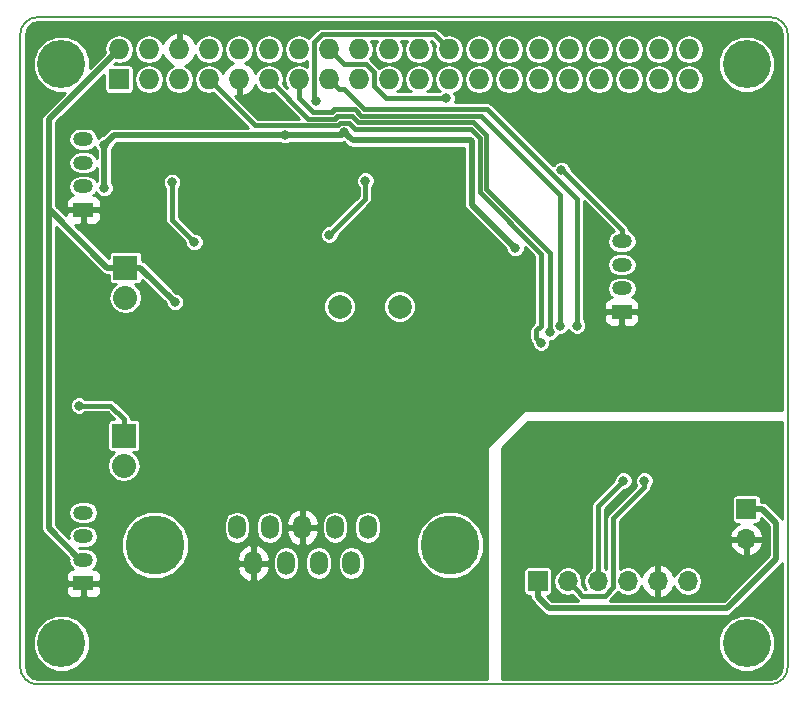
<source format=gbl>
G04 #@! TF.FileFunction,Copper,L2,Bot,Signal*
%FSLAX46Y46*%
G04 Gerber Fmt 4.6, Leading zero omitted, Abs format (unit mm)*
G04 Created by KiCad (PCBNEW 4.0.7-e2-6376~58~ubuntu16.04.1) date Sun Jan  7 20:07:56 2018*
%MOMM*%
%LPD*%
G01*
G04 APERTURE LIST*
%ADD10C,0.100000*%
%ADD11C,0.150000*%
%ADD12C,1.998980*%
%ADD13R,1.699260X1.198880*%
%ADD14O,1.699260X1.198880*%
%ADD15R,1.727200X1.727200*%
%ADD16O,1.727200X1.727200*%
%ADD17C,4.064000*%
%ADD18R,2.032000X2.032000*%
%ADD19O,2.032000X2.032000*%
%ADD20R,1.700000X1.700000*%
%ADD21O,1.700000X1.700000*%
%ADD22C,5.001260*%
%ADD23O,1.501140X1.998980*%
%ADD24C,0.800000*%
%ADD25C,0.381000*%
%ADD26C,0.508000*%
%ADD27C,0.254000*%
G04 APERTURE END LIST*
D10*
D11*
X129500000Y-71500000D02*
X191500000Y-71500000D01*
X128000000Y-126500000D02*
X128000000Y-73000000D01*
X191500000Y-128000000D02*
X129500000Y-128000000D01*
X193000000Y-73000000D02*
X193000000Y-126500000D01*
X129500000Y-71500000D02*
G75*
G03X128000000Y-73000000I0J-1500000D01*
G01*
X128000000Y-126500000D02*
G75*
G03X129500000Y-128000000I1500000J0D01*
G01*
X191500000Y-128000000D02*
G75*
G03X193000000Y-126500000I0J1500000D01*
G01*
X193000000Y-73000000D02*
G75*
G03X191500000Y-71500000I-1500000J0D01*
G01*
D12*
X155041600Y-96012000D03*
X160121600Y-96012000D03*
D13*
X133350000Y-87835740D03*
D14*
X133350000Y-85836760D03*
X133350000Y-83835240D03*
X133350000Y-81836260D03*
D15*
X136372600Y-76758800D03*
D16*
X136372600Y-74218800D03*
X138912600Y-76758800D03*
X138912600Y-74218800D03*
X141452600Y-76758800D03*
X141452600Y-74218800D03*
X143992600Y-76758800D03*
X143992600Y-74218800D03*
X146532600Y-76758800D03*
X146532600Y-74218800D03*
X149072600Y-76758800D03*
X149072600Y-74218800D03*
X151612600Y-76758800D03*
X151612600Y-74218800D03*
X154152600Y-76758800D03*
X154152600Y-74218800D03*
X156692600Y-76758800D03*
X156692600Y-74218800D03*
X159232600Y-76758800D03*
X159232600Y-74218800D03*
X161772600Y-76758800D03*
X161772600Y-74218800D03*
X164312600Y-76758800D03*
X164312600Y-74218800D03*
X166852600Y-76758800D03*
X166852600Y-74218800D03*
X169392600Y-76758800D03*
X169392600Y-74218800D03*
X171932600Y-76758800D03*
X171932600Y-74218800D03*
X174472600Y-76758800D03*
X174472600Y-74218800D03*
X177012600Y-76758800D03*
X177012600Y-74218800D03*
X179552600Y-76758800D03*
X179552600Y-74218800D03*
X182092600Y-76758800D03*
X182092600Y-74218800D03*
X184632600Y-76758800D03*
X184632600Y-74218800D03*
D17*
X189500000Y-75500000D03*
X131500000Y-75500000D03*
X189500000Y-124500000D03*
X131500000Y-124500000D03*
D18*
X136779000Y-106934000D03*
D19*
X136779000Y-109474000D03*
D18*
X136906000Y-92710000D03*
D19*
X136906000Y-95250000D03*
D20*
X171831000Y-119253000D03*
D21*
X174371000Y-119253000D03*
X176911000Y-119253000D03*
X179451000Y-119253000D03*
X181991000Y-119253000D03*
X184531000Y-119253000D03*
D13*
X133350000Y-119458740D03*
D14*
X133350000Y-117459760D03*
X133350000Y-115458240D03*
X133350000Y-113459260D03*
D13*
X178943000Y-96471740D03*
D14*
X178943000Y-94472760D03*
X178943000Y-92471240D03*
X178943000Y-90472260D03*
D20*
X189484000Y-113157000D03*
D21*
X189484000Y-115697000D03*
D22*
X164386260Y-116205000D03*
D23*
X151892000Y-114686080D03*
X154663140Y-114686080D03*
X157431740Y-114686080D03*
X149120860Y-114686080D03*
X146352260Y-114686080D03*
X147736560Y-117723920D03*
X150507700Y-117723920D03*
X153276300Y-117723920D03*
X156047440Y-117723920D03*
D22*
X139397740Y-116205000D03*
D24*
X148082000Y-96774000D03*
X153670000Y-101346000D03*
X161544000Y-101600000D03*
X143510000Y-102362000D03*
X146558000Y-106426000D03*
X140208000Y-106172000D03*
X155463137Y-81266383D03*
X150410575Y-81505490D03*
X169926000Y-91059000D03*
X135128000Y-82296000D03*
X135128000Y-85979000D03*
X141097000Y-95631000D03*
X132969000Y-104394000D03*
X172085000Y-99060000D03*
X173825613Y-84442663D03*
X172847000Y-98171000D03*
X175146398Y-97628010D03*
X154178000Y-89916000D03*
X157226000Y-85344000D03*
X157226000Y-85344000D03*
X153035000Y-78613000D03*
X140843000Y-85471000D03*
X142748000Y-90551000D03*
X173736000Y-97628010D03*
X180848000Y-110744000D03*
X179070000Y-110744000D03*
X164087011Y-78357361D03*
D25*
X161544000Y-101600000D02*
X153924000Y-101600000D01*
X153924000Y-101600000D02*
X153670000Y-101346000D01*
X143256000Y-106172000D02*
X146304000Y-106172000D01*
X140208000Y-106172000D02*
X143256000Y-106172000D01*
X143256000Y-102616000D02*
X143510000Y-102362000D01*
X143256000Y-106172000D02*
X143256000Y-102616000D01*
X146304000Y-106172000D02*
X146558000Y-106426000D01*
D26*
X150410575Y-81505490D02*
X155224030Y-81505490D01*
X156144243Y-81947489D02*
X155863136Y-81666382D01*
X155863136Y-81666382D02*
X155463137Y-81266383D01*
X166170965Y-81947489D02*
X156144243Y-81947489D01*
X155224030Y-81505490D02*
X155463137Y-81266383D01*
X166252511Y-87385511D02*
X166252511Y-82029035D01*
X166252511Y-82029035D02*
X166170965Y-81947489D01*
X169926000Y-91059000D02*
X166252511Y-87385511D01*
X135918510Y-81505490D02*
X149844890Y-81505490D01*
X135128000Y-82296000D02*
X135918510Y-81505490D01*
X149844890Y-81505490D02*
X150410575Y-81505490D01*
X135128000Y-85979000D02*
X135128000Y-82296000D01*
X141097000Y-95631000D02*
X138176000Y-92710000D01*
X138176000Y-92710000D02*
X136906000Y-92710000D01*
X133350000Y-117459760D02*
X133099810Y-117459760D01*
X130429000Y-114788950D02*
X130429000Y-87757000D01*
X133099810Y-117459760D02*
X130429000Y-114788950D01*
X130429000Y-87757000D02*
X130429000Y-80162400D01*
X130429000Y-80162400D02*
X136372600Y-74218800D01*
X136906000Y-92710000D02*
X135382000Y-92710000D01*
X135382000Y-92710000D02*
X130429000Y-87757000D01*
D25*
X136779000Y-106934000D02*
X136779000Y-105537000D01*
X136779000Y-105537000D02*
X135636000Y-104394000D01*
X135636000Y-104394000D02*
X132969000Y-104394000D01*
X143992600Y-76758800D02*
X147911946Y-80678146D01*
X172085000Y-97636056D02*
X171685001Y-98036055D01*
X172085000Y-91522048D02*
X172085000Y-97636056D01*
X156373675Y-81006978D02*
X166141930Y-81006978D01*
X155083695Y-80475881D02*
X155842579Y-80475881D01*
X147911946Y-80678146D02*
X154881430Y-80678146D01*
X166141930Y-81006978D02*
X166897022Y-81762070D01*
X166897022Y-81762070D02*
X166897022Y-86334070D01*
X171685001Y-98036055D02*
X171685001Y-98660001D01*
X155842579Y-80475881D02*
X156373675Y-81006978D01*
X171685001Y-98660001D02*
X172085000Y-99060000D01*
X166897022Y-86334070D02*
X172085000Y-91522048D01*
X154881430Y-80678146D02*
X155083695Y-80475881D01*
X173893843Y-84442663D02*
X173825613Y-84442663D01*
X178943000Y-89491820D02*
X173893843Y-84442663D01*
X178943000Y-90472260D02*
X178943000Y-89491820D01*
X166382592Y-80425967D02*
X167478033Y-81521408D01*
X156083242Y-79894871D02*
X156614337Y-80425967D01*
X152410935Y-80097135D02*
X154640768Y-80097135D01*
X172847000Y-91462375D02*
X172847000Y-97605315D01*
X167478033Y-86093408D02*
X172847000Y-91462375D01*
X156614337Y-80425967D02*
X166382592Y-80425967D01*
X154640768Y-80097135D02*
X154843033Y-79894870D01*
X149072600Y-76758800D02*
X152410935Y-80097135D01*
X167478033Y-81521408D02*
X167478033Y-86093408D01*
X172847000Y-97605315D02*
X172847000Y-98171000D01*
X154843033Y-79894870D02*
X156083242Y-79894871D01*
X175146398Y-97062325D02*
X175146398Y-97628010D01*
X157095661Y-79263945D02*
X167528945Y-79263945D01*
X155016199Y-77622399D02*
X155454115Y-77622399D01*
X154152600Y-76758800D02*
X155016199Y-77622399D01*
X167528945Y-79263945D02*
X175146398Y-86881398D01*
X175146398Y-86881398D02*
X175146398Y-97062325D01*
X155454115Y-77622399D02*
X157095661Y-79263945D01*
X159131000Y-76860400D02*
X159232600Y-76758800D01*
X157226000Y-85344000D02*
X157226000Y-86868000D01*
X157226000Y-86868000D02*
X154178000Y-89916000D01*
X152898499Y-73616831D02*
X152898499Y-78476499D01*
X152898499Y-78476499D02*
X153035000Y-78613000D01*
X153550631Y-72964699D02*
X152898499Y-73616831D01*
X164312600Y-74218800D02*
X163058499Y-72964699D01*
X163058499Y-72964699D02*
X153550631Y-72964699D01*
X142748000Y-90551000D02*
X140843000Y-88646000D01*
X140843000Y-88646000D02*
X140843000Y-85471000D01*
X173736000Y-86546673D02*
X173736000Y-97062325D01*
X156854999Y-79844956D02*
X167034283Y-79844956D01*
X156323906Y-79313862D02*
X156854999Y-79844956D01*
X154602372Y-79313860D02*
X156323906Y-79313862D01*
X154400107Y-79516124D02*
X154602372Y-79313860D01*
X152768180Y-79516124D02*
X154400107Y-79516124D01*
X151612600Y-76758800D02*
X151612600Y-78360544D01*
X167034283Y-79844956D02*
X173736000Y-86546673D01*
X173736000Y-97062325D02*
X173736000Y-97628010D01*
X151612600Y-78360544D02*
X152768180Y-79516124D01*
D26*
X192024000Y-117348000D02*
X192024000Y-114339000D01*
X192024000Y-114339000D02*
X190842000Y-113157000D01*
X190842000Y-113157000D02*
X189484000Y-113157000D01*
X187833000Y-121539000D02*
X192024000Y-117348000D01*
X172759000Y-121539000D02*
X187833000Y-121539000D01*
X171831000Y-119253000D02*
X171831000Y-120611000D01*
X171831000Y-120611000D02*
X172759000Y-121539000D01*
D25*
X180848000Y-110744000D02*
X180848000Y-111309685D01*
X180848000Y-111309685D02*
X178210499Y-113947186D01*
X178210499Y-113947186D02*
X178210499Y-119789443D01*
X175220999Y-120102999D02*
X174371000Y-119253000D01*
X178210499Y-119789443D02*
X177506441Y-120493501D01*
X177506441Y-120493501D02*
X175611501Y-120493501D01*
X175611501Y-120493501D02*
X175220999Y-120102999D01*
X179070000Y-110744000D02*
X176911000Y-112903000D01*
X176911000Y-112903000D02*
X176911000Y-119253000D01*
X163521326Y-78357361D02*
X164087011Y-78357361D01*
X158975091Y-78357361D02*
X163521326Y-78357361D01*
X155438499Y-75504699D02*
X157294569Y-75504699D01*
X154152600Y-74218800D02*
X155438499Y-75504699D01*
X157978499Y-76188629D02*
X157978499Y-77360769D01*
X157294569Y-75504699D02*
X157978499Y-76188629D01*
X157978499Y-77360769D02*
X158975091Y-78357361D01*
D27*
G36*
X192544000Y-113996226D02*
X192473013Y-113889987D01*
X191291013Y-112707987D01*
X191085004Y-112570336D01*
X190842000Y-112522000D01*
X190722464Y-112522000D01*
X190722464Y-112307000D01*
X190695897Y-112165810D01*
X190612454Y-112036135D01*
X190485134Y-111949141D01*
X190334000Y-111918536D01*
X188634000Y-111918536D01*
X188492810Y-111945103D01*
X188363135Y-112028546D01*
X188276141Y-112155866D01*
X188245536Y-112307000D01*
X188245536Y-114007000D01*
X188272103Y-114148190D01*
X188355546Y-114277865D01*
X188482866Y-114364859D01*
X188634000Y-114395464D01*
X188829105Y-114395464D01*
X188602642Y-114501817D01*
X188212355Y-114930076D01*
X188042524Y-115340110D01*
X188163845Y-115570000D01*
X189357000Y-115570000D01*
X189357000Y-115550000D01*
X189611000Y-115550000D01*
X189611000Y-115570000D01*
X190804155Y-115570000D01*
X190925476Y-115340110D01*
X190755645Y-114930076D01*
X190365358Y-114501817D01*
X190138895Y-114395464D01*
X190334000Y-114395464D01*
X190475190Y-114368897D01*
X190604865Y-114285454D01*
X190691859Y-114158134D01*
X190722464Y-114007000D01*
X190722464Y-113935490D01*
X191389000Y-114602026D01*
X191389000Y-117084974D01*
X187569974Y-120904000D01*
X177900994Y-120904000D01*
X177910553Y-120897613D01*
X177910554Y-120897612D01*
X178614608Y-120193557D01*
X178614611Y-120193555D01*
X178625343Y-120177493D01*
X178979917Y-120414413D01*
X179451000Y-120508117D01*
X179922083Y-120414413D01*
X180321448Y-120147565D01*
X180588296Y-119748200D01*
X180596083Y-119709053D01*
X180795817Y-120134358D01*
X181224076Y-120524645D01*
X181634110Y-120694476D01*
X181864000Y-120573155D01*
X181864000Y-119380000D01*
X181844000Y-119380000D01*
X181844000Y-119126000D01*
X181864000Y-119126000D01*
X181864000Y-117932845D01*
X182118000Y-117932845D01*
X182118000Y-119126000D01*
X182138000Y-119126000D01*
X182138000Y-119380000D01*
X182118000Y-119380000D01*
X182118000Y-120573155D01*
X182347890Y-120694476D01*
X182757924Y-120524645D01*
X183186183Y-120134358D01*
X183385917Y-119709053D01*
X183393704Y-119748200D01*
X183660552Y-120147565D01*
X184059917Y-120414413D01*
X184531000Y-120508117D01*
X185002083Y-120414413D01*
X185401448Y-120147565D01*
X185668296Y-119748200D01*
X185762000Y-119277117D01*
X185762000Y-119228883D01*
X185668296Y-118757800D01*
X185401448Y-118358435D01*
X185002083Y-118091587D01*
X184531000Y-117997883D01*
X184059917Y-118091587D01*
X183660552Y-118358435D01*
X183393704Y-118757800D01*
X183385917Y-118796947D01*
X183186183Y-118371642D01*
X182757924Y-117981355D01*
X182347890Y-117811524D01*
X182118000Y-117932845D01*
X181864000Y-117932845D01*
X181634110Y-117811524D01*
X181224076Y-117981355D01*
X180795817Y-118371642D01*
X180596083Y-118796947D01*
X180588296Y-118757800D01*
X180321448Y-118358435D01*
X179922083Y-118091587D01*
X179451000Y-117997883D01*
X178979917Y-118091587D01*
X178781999Y-118223832D01*
X178781999Y-116053890D01*
X188042524Y-116053890D01*
X188212355Y-116463924D01*
X188602642Y-116892183D01*
X189127108Y-117138486D01*
X189357000Y-117017819D01*
X189357000Y-115824000D01*
X189611000Y-115824000D01*
X189611000Y-117017819D01*
X189840892Y-117138486D01*
X190365358Y-116892183D01*
X190755645Y-116463924D01*
X190925476Y-116053890D01*
X190804155Y-115824000D01*
X189611000Y-115824000D01*
X189357000Y-115824000D01*
X188163845Y-115824000D01*
X188042524Y-116053890D01*
X178781999Y-116053890D01*
X178781999Y-114183910D01*
X181252109Y-111713799D01*
X181252112Y-111713797D01*
X181375997Y-111528389D01*
X181375998Y-111528388D01*
X181419501Y-111309685D01*
X181419500Y-111309680D01*
X181419500Y-111277035D01*
X181509714Y-111186979D01*
X181628864Y-110900032D01*
X181629136Y-110589331D01*
X181510486Y-110302177D01*
X181290979Y-110082286D01*
X181004032Y-109963136D01*
X180693331Y-109962864D01*
X180406177Y-110081514D01*
X180186286Y-110301021D01*
X180067136Y-110587968D01*
X180066864Y-110898669D01*
X180179118Y-111170344D01*
X177806387Y-113543074D01*
X177682502Y-113728482D01*
X177682502Y-113728483D01*
X177638998Y-113947186D01*
X177638999Y-113947191D01*
X177638999Y-118263253D01*
X177482500Y-118158684D01*
X177482500Y-113139724D01*
X179097199Y-111525024D01*
X179224669Y-111525136D01*
X179511823Y-111406486D01*
X179731714Y-111186979D01*
X179850864Y-110900032D01*
X179851136Y-110589331D01*
X179732486Y-110302177D01*
X179512979Y-110082286D01*
X179226032Y-109963136D01*
X178915331Y-109962864D01*
X178628177Y-110081514D01*
X178408286Y-110301021D01*
X178289136Y-110587968D01*
X178289023Y-110716754D01*
X176506888Y-112498888D01*
X176383003Y-112684296D01*
X176383003Y-112684297D01*
X176339499Y-112903000D01*
X176339500Y-112903005D01*
X176339500Y-118158684D01*
X176040552Y-118358435D01*
X175773704Y-118757800D01*
X175680000Y-119228883D01*
X175680000Y-119277117D01*
X175773704Y-119748200D01*
X175889834Y-119922001D01*
X175848224Y-119922001D01*
X175625111Y-119698887D01*
X175625108Y-119698885D01*
X175535858Y-119609635D01*
X175602000Y-119277117D01*
X175602000Y-119228883D01*
X175508296Y-118757800D01*
X175241448Y-118358435D01*
X174842083Y-118091587D01*
X174371000Y-117997883D01*
X173899917Y-118091587D01*
X173500552Y-118358435D01*
X173233704Y-118757800D01*
X173140000Y-119228883D01*
X173140000Y-119277117D01*
X173233704Y-119748200D01*
X173500552Y-120147565D01*
X173899917Y-120414413D01*
X174371000Y-120508117D01*
X174743750Y-120433973D01*
X174816885Y-120507108D01*
X174816887Y-120507111D01*
X175207387Y-120897610D01*
X175207389Y-120897613D01*
X175216948Y-120904000D01*
X173022026Y-120904000D01*
X172609490Y-120491464D01*
X172681000Y-120491464D01*
X172822190Y-120464897D01*
X172951865Y-120381454D01*
X173038859Y-120254134D01*
X173069464Y-120103000D01*
X173069464Y-118403000D01*
X173042897Y-118261810D01*
X172959454Y-118132135D01*
X172832134Y-118045141D01*
X172681000Y-118014536D01*
X170981000Y-118014536D01*
X170839810Y-118041103D01*
X170710135Y-118124546D01*
X170623141Y-118251866D01*
X170592536Y-118403000D01*
X170592536Y-120103000D01*
X170619103Y-120244190D01*
X170702546Y-120373865D01*
X170829866Y-120460859D01*
X170981000Y-120491464D01*
X171196000Y-120491464D01*
X171196000Y-120611000D01*
X171244336Y-120854004D01*
X171381987Y-121060013D01*
X172309987Y-121988013D01*
X172515996Y-122125664D01*
X172759000Y-122174000D01*
X187833000Y-122174000D01*
X188076004Y-122125664D01*
X188282013Y-121988013D01*
X192473013Y-117797013D01*
X192544000Y-117690774D01*
X192544000Y-126455087D01*
X192456277Y-126896103D01*
X192231902Y-127231902D01*
X191896103Y-127456277D01*
X191455088Y-127544000D01*
X168783000Y-127544000D01*
X168783000Y-124977870D01*
X187086583Y-124977870D01*
X187453166Y-125865069D01*
X188131361Y-126544449D01*
X189017919Y-126912580D01*
X189977870Y-126913417D01*
X190865069Y-126546834D01*
X191544449Y-125868639D01*
X191912580Y-124982081D01*
X191913417Y-124022130D01*
X191546834Y-123134931D01*
X190868639Y-122455551D01*
X189982081Y-122087420D01*
X189022130Y-122086583D01*
X188134931Y-122453166D01*
X187455551Y-123131361D01*
X187087420Y-124017919D01*
X187086583Y-124977870D01*
X168783000Y-124977870D01*
X168783000Y-108002606D01*
X170994606Y-105791000D01*
X192544000Y-105791000D01*
X192544000Y-113996226D01*
X192544000Y-113996226D01*
G37*
X192544000Y-113996226D02*
X192473013Y-113889987D01*
X191291013Y-112707987D01*
X191085004Y-112570336D01*
X190842000Y-112522000D01*
X190722464Y-112522000D01*
X190722464Y-112307000D01*
X190695897Y-112165810D01*
X190612454Y-112036135D01*
X190485134Y-111949141D01*
X190334000Y-111918536D01*
X188634000Y-111918536D01*
X188492810Y-111945103D01*
X188363135Y-112028546D01*
X188276141Y-112155866D01*
X188245536Y-112307000D01*
X188245536Y-114007000D01*
X188272103Y-114148190D01*
X188355546Y-114277865D01*
X188482866Y-114364859D01*
X188634000Y-114395464D01*
X188829105Y-114395464D01*
X188602642Y-114501817D01*
X188212355Y-114930076D01*
X188042524Y-115340110D01*
X188163845Y-115570000D01*
X189357000Y-115570000D01*
X189357000Y-115550000D01*
X189611000Y-115550000D01*
X189611000Y-115570000D01*
X190804155Y-115570000D01*
X190925476Y-115340110D01*
X190755645Y-114930076D01*
X190365358Y-114501817D01*
X190138895Y-114395464D01*
X190334000Y-114395464D01*
X190475190Y-114368897D01*
X190604865Y-114285454D01*
X190691859Y-114158134D01*
X190722464Y-114007000D01*
X190722464Y-113935490D01*
X191389000Y-114602026D01*
X191389000Y-117084974D01*
X187569974Y-120904000D01*
X177900994Y-120904000D01*
X177910553Y-120897613D01*
X177910554Y-120897612D01*
X178614608Y-120193557D01*
X178614611Y-120193555D01*
X178625343Y-120177493D01*
X178979917Y-120414413D01*
X179451000Y-120508117D01*
X179922083Y-120414413D01*
X180321448Y-120147565D01*
X180588296Y-119748200D01*
X180596083Y-119709053D01*
X180795817Y-120134358D01*
X181224076Y-120524645D01*
X181634110Y-120694476D01*
X181864000Y-120573155D01*
X181864000Y-119380000D01*
X181844000Y-119380000D01*
X181844000Y-119126000D01*
X181864000Y-119126000D01*
X181864000Y-117932845D01*
X182118000Y-117932845D01*
X182118000Y-119126000D01*
X182138000Y-119126000D01*
X182138000Y-119380000D01*
X182118000Y-119380000D01*
X182118000Y-120573155D01*
X182347890Y-120694476D01*
X182757924Y-120524645D01*
X183186183Y-120134358D01*
X183385917Y-119709053D01*
X183393704Y-119748200D01*
X183660552Y-120147565D01*
X184059917Y-120414413D01*
X184531000Y-120508117D01*
X185002083Y-120414413D01*
X185401448Y-120147565D01*
X185668296Y-119748200D01*
X185762000Y-119277117D01*
X185762000Y-119228883D01*
X185668296Y-118757800D01*
X185401448Y-118358435D01*
X185002083Y-118091587D01*
X184531000Y-117997883D01*
X184059917Y-118091587D01*
X183660552Y-118358435D01*
X183393704Y-118757800D01*
X183385917Y-118796947D01*
X183186183Y-118371642D01*
X182757924Y-117981355D01*
X182347890Y-117811524D01*
X182118000Y-117932845D01*
X181864000Y-117932845D01*
X181634110Y-117811524D01*
X181224076Y-117981355D01*
X180795817Y-118371642D01*
X180596083Y-118796947D01*
X180588296Y-118757800D01*
X180321448Y-118358435D01*
X179922083Y-118091587D01*
X179451000Y-117997883D01*
X178979917Y-118091587D01*
X178781999Y-118223832D01*
X178781999Y-116053890D01*
X188042524Y-116053890D01*
X188212355Y-116463924D01*
X188602642Y-116892183D01*
X189127108Y-117138486D01*
X189357000Y-117017819D01*
X189357000Y-115824000D01*
X189611000Y-115824000D01*
X189611000Y-117017819D01*
X189840892Y-117138486D01*
X190365358Y-116892183D01*
X190755645Y-116463924D01*
X190925476Y-116053890D01*
X190804155Y-115824000D01*
X189611000Y-115824000D01*
X189357000Y-115824000D01*
X188163845Y-115824000D01*
X188042524Y-116053890D01*
X178781999Y-116053890D01*
X178781999Y-114183910D01*
X181252109Y-111713799D01*
X181252112Y-111713797D01*
X181375997Y-111528389D01*
X181375998Y-111528388D01*
X181419501Y-111309685D01*
X181419500Y-111309680D01*
X181419500Y-111277035D01*
X181509714Y-111186979D01*
X181628864Y-110900032D01*
X181629136Y-110589331D01*
X181510486Y-110302177D01*
X181290979Y-110082286D01*
X181004032Y-109963136D01*
X180693331Y-109962864D01*
X180406177Y-110081514D01*
X180186286Y-110301021D01*
X180067136Y-110587968D01*
X180066864Y-110898669D01*
X180179118Y-111170344D01*
X177806387Y-113543074D01*
X177682502Y-113728482D01*
X177682502Y-113728483D01*
X177638998Y-113947186D01*
X177638999Y-113947191D01*
X177638999Y-118263253D01*
X177482500Y-118158684D01*
X177482500Y-113139724D01*
X179097199Y-111525024D01*
X179224669Y-111525136D01*
X179511823Y-111406486D01*
X179731714Y-111186979D01*
X179850864Y-110900032D01*
X179851136Y-110589331D01*
X179732486Y-110302177D01*
X179512979Y-110082286D01*
X179226032Y-109963136D01*
X178915331Y-109962864D01*
X178628177Y-110081514D01*
X178408286Y-110301021D01*
X178289136Y-110587968D01*
X178289023Y-110716754D01*
X176506888Y-112498888D01*
X176383003Y-112684296D01*
X176383003Y-112684297D01*
X176339499Y-112903000D01*
X176339500Y-112903005D01*
X176339500Y-118158684D01*
X176040552Y-118358435D01*
X175773704Y-118757800D01*
X175680000Y-119228883D01*
X175680000Y-119277117D01*
X175773704Y-119748200D01*
X175889834Y-119922001D01*
X175848224Y-119922001D01*
X175625111Y-119698887D01*
X175625108Y-119698885D01*
X175535858Y-119609635D01*
X175602000Y-119277117D01*
X175602000Y-119228883D01*
X175508296Y-118757800D01*
X175241448Y-118358435D01*
X174842083Y-118091587D01*
X174371000Y-117997883D01*
X173899917Y-118091587D01*
X173500552Y-118358435D01*
X173233704Y-118757800D01*
X173140000Y-119228883D01*
X173140000Y-119277117D01*
X173233704Y-119748200D01*
X173500552Y-120147565D01*
X173899917Y-120414413D01*
X174371000Y-120508117D01*
X174743750Y-120433973D01*
X174816885Y-120507108D01*
X174816887Y-120507111D01*
X175207387Y-120897610D01*
X175207389Y-120897613D01*
X175216948Y-120904000D01*
X173022026Y-120904000D01*
X172609490Y-120491464D01*
X172681000Y-120491464D01*
X172822190Y-120464897D01*
X172951865Y-120381454D01*
X173038859Y-120254134D01*
X173069464Y-120103000D01*
X173069464Y-118403000D01*
X173042897Y-118261810D01*
X172959454Y-118132135D01*
X172832134Y-118045141D01*
X172681000Y-118014536D01*
X170981000Y-118014536D01*
X170839810Y-118041103D01*
X170710135Y-118124546D01*
X170623141Y-118251866D01*
X170592536Y-118403000D01*
X170592536Y-120103000D01*
X170619103Y-120244190D01*
X170702546Y-120373865D01*
X170829866Y-120460859D01*
X170981000Y-120491464D01*
X171196000Y-120491464D01*
X171196000Y-120611000D01*
X171244336Y-120854004D01*
X171381987Y-121060013D01*
X172309987Y-121988013D01*
X172515996Y-122125664D01*
X172759000Y-122174000D01*
X187833000Y-122174000D01*
X188076004Y-122125664D01*
X188282013Y-121988013D01*
X192473013Y-117797013D01*
X192544000Y-117690774D01*
X192544000Y-126455087D01*
X192456277Y-126896103D01*
X192231902Y-127231902D01*
X191896103Y-127456277D01*
X191455088Y-127544000D01*
X168783000Y-127544000D01*
X168783000Y-124977870D01*
X187086583Y-124977870D01*
X187453166Y-125865069D01*
X188131361Y-126544449D01*
X189017919Y-126912580D01*
X189977870Y-126913417D01*
X190865069Y-126546834D01*
X191544449Y-125868639D01*
X191912580Y-124982081D01*
X191913417Y-124022130D01*
X191546834Y-123134931D01*
X190868639Y-122455551D01*
X189982081Y-122087420D01*
X189022130Y-122086583D01*
X188134931Y-122453166D01*
X187455551Y-123131361D01*
X187087420Y-124017919D01*
X187086583Y-124977870D01*
X168783000Y-124977870D01*
X168783000Y-108002606D01*
X170994606Y-105791000D01*
X192544000Y-105791000D01*
X192544000Y-113996226D01*
G36*
X191896103Y-72043723D02*
X192231902Y-72268098D01*
X192456277Y-72603897D01*
X192544000Y-73044913D01*
X192544000Y-104775000D01*
X170688000Y-104775000D01*
X170638590Y-104785006D01*
X170598197Y-104812197D01*
X167550197Y-107860197D01*
X167522334Y-107902211D01*
X167513000Y-107950000D01*
X167513000Y-127544000D01*
X129544913Y-127544000D01*
X129103897Y-127456277D01*
X128768098Y-127231902D01*
X128543723Y-126896103D01*
X128456000Y-126455088D01*
X128456000Y-124977870D01*
X129086583Y-124977870D01*
X129453166Y-125865069D01*
X130131361Y-126544449D01*
X131017919Y-126912580D01*
X131977870Y-126913417D01*
X132865069Y-126546834D01*
X133544449Y-125868639D01*
X133912580Y-124982081D01*
X133913417Y-124022130D01*
X133546834Y-123134931D01*
X132868639Y-122455551D01*
X131982081Y-122087420D01*
X131022130Y-122086583D01*
X130134931Y-122453166D01*
X129455551Y-123131361D01*
X129087420Y-124017919D01*
X129086583Y-124977870D01*
X128456000Y-124977870D01*
X128456000Y-119744490D01*
X131865370Y-119744490D01*
X131865370Y-120184489D01*
X131962043Y-120417878D01*
X132140671Y-120596507D01*
X132374060Y-120693180D01*
X133064250Y-120693180D01*
X133223000Y-120534430D01*
X133223000Y-119585740D01*
X133477000Y-119585740D01*
X133477000Y-120534430D01*
X133635750Y-120693180D01*
X134325940Y-120693180D01*
X134559329Y-120596507D01*
X134737957Y-120417878D01*
X134834630Y-120184489D01*
X134834630Y-119744490D01*
X134675880Y-119585740D01*
X133477000Y-119585740D01*
X133223000Y-119585740D01*
X132024120Y-119585740D01*
X131865370Y-119744490D01*
X128456000Y-119744490D01*
X128456000Y-75977870D01*
X129086583Y-75977870D01*
X129453166Y-76865069D01*
X130131361Y-77544449D01*
X131017919Y-77912580D01*
X131780129Y-77913245D01*
X129979987Y-79713387D01*
X129842336Y-79919396D01*
X129794000Y-80162400D01*
X129794000Y-114788950D01*
X129842336Y-115031954D01*
X129979987Y-115237963D01*
X132112934Y-117370910D01*
X132095261Y-117459760D01*
X132169893Y-117834958D01*
X132382425Y-118153036D01*
X132489080Y-118224300D01*
X132374060Y-118224300D01*
X132140671Y-118320973D01*
X131962043Y-118499602D01*
X131865370Y-118732991D01*
X131865370Y-119172990D01*
X132024120Y-119331740D01*
X133223000Y-119331740D01*
X133223000Y-119311740D01*
X133477000Y-119311740D01*
X133477000Y-119331740D01*
X134675880Y-119331740D01*
X134834630Y-119172990D01*
X134834630Y-118732991D01*
X134737957Y-118499602D01*
X134559329Y-118320973D01*
X134325940Y-118224300D01*
X134210920Y-118224300D01*
X134317575Y-118153036D01*
X134530107Y-117834958D01*
X134604739Y-117459760D01*
X134530107Y-117084562D01*
X134323718Y-116775677D01*
X136515611Y-116775677D01*
X136953389Y-117835180D01*
X137763297Y-118646502D01*
X138822034Y-119086128D01*
X139968417Y-119087129D01*
X141027920Y-118649351D01*
X141608239Y-118070043D01*
X146343479Y-118070043D01*
X146486719Y-118595753D01*
X146820236Y-119026630D01*
X147293255Y-119297077D01*
X147395285Y-119315723D01*
X147609560Y-119193069D01*
X147609560Y-117850920D01*
X147863560Y-117850920D01*
X147863560Y-119193069D01*
X148077835Y-119315723D01*
X148179865Y-119297077D01*
X148652884Y-119026630D01*
X148986401Y-118595753D01*
X149129641Y-118070043D01*
X148968946Y-117850920D01*
X147863560Y-117850920D01*
X147609560Y-117850920D01*
X146504174Y-117850920D01*
X146343479Y-118070043D01*
X141608239Y-118070043D01*
X141839242Y-117839443D01*
X142030934Y-117377797D01*
X146343479Y-117377797D01*
X146504174Y-117596920D01*
X147609560Y-117596920D01*
X147609560Y-116254771D01*
X147863560Y-116254771D01*
X147863560Y-117596920D01*
X148968946Y-117596920D01*
X149078190Y-117447955D01*
X149376130Y-117447955D01*
X149376130Y-117999885D01*
X149462266Y-118432918D01*
X149707559Y-118800026D01*
X150074667Y-119045319D01*
X150507700Y-119131455D01*
X150940733Y-119045319D01*
X151307841Y-118800026D01*
X151553134Y-118432918D01*
X151639270Y-117999885D01*
X151639270Y-117447955D01*
X152144730Y-117447955D01*
X152144730Y-117999885D01*
X152230866Y-118432918D01*
X152476159Y-118800026D01*
X152843267Y-119045319D01*
X153276300Y-119131455D01*
X153709333Y-119045319D01*
X154076441Y-118800026D01*
X154321734Y-118432918D01*
X154407870Y-117999885D01*
X154407870Y-117447955D01*
X154915870Y-117447955D01*
X154915870Y-117999885D01*
X155002006Y-118432918D01*
X155247299Y-118800026D01*
X155614407Y-119045319D01*
X156047440Y-119131455D01*
X156480473Y-119045319D01*
X156847581Y-118800026D01*
X157092874Y-118432918D01*
X157179010Y-117999885D01*
X157179010Y-117447955D01*
X157092874Y-117014922D01*
X156933017Y-116775677D01*
X161504131Y-116775677D01*
X161941909Y-117835180D01*
X162751817Y-118646502D01*
X163810554Y-119086128D01*
X164956937Y-119087129D01*
X166016440Y-118649351D01*
X166827762Y-117839443D01*
X167267388Y-116780706D01*
X167268389Y-115634323D01*
X166830611Y-114574820D01*
X166020703Y-113763498D01*
X164961966Y-113323872D01*
X163815583Y-113322871D01*
X162756080Y-113760649D01*
X161944758Y-114570557D01*
X161505132Y-115629294D01*
X161504131Y-116775677D01*
X156933017Y-116775677D01*
X156847581Y-116647814D01*
X156480473Y-116402521D01*
X156047440Y-116316385D01*
X155614407Y-116402521D01*
X155247299Y-116647814D01*
X155002006Y-117014922D01*
X154915870Y-117447955D01*
X154407870Y-117447955D01*
X154321734Y-117014922D01*
X154076441Y-116647814D01*
X153709333Y-116402521D01*
X153276300Y-116316385D01*
X152843267Y-116402521D01*
X152476159Y-116647814D01*
X152230866Y-117014922D01*
X152144730Y-117447955D01*
X151639270Y-117447955D01*
X151553134Y-117014922D01*
X151307841Y-116647814D01*
X150940733Y-116402521D01*
X150507700Y-116316385D01*
X150074667Y-116402521D01*
X149707559Y-116647814D01*
X149462266Y-117014922D01*
X149376130Y-117447955D01*
X149078190Y-117447955D01*
X149129641Y-117377797D01*
X148986401Y-116852087D01*
X148652884Y-116421210D01*
X148179865Y-116150763D01*
X148077835Y-116132117D01*
X147863560Y-116254771D01*
X147609560Y-116254771D01*
X147395285Y-116132117D01*
X147293255Y-116150763D01*
X146820236Y-116421210D01*
X146486719Y-116852087D01*
X146343479Y-117377797D01*
X142030934Y-117377797D01*
X142278868Y-116780706D01*
X142279869Y-115634323D01*
X141842091Y-114574820D01*
X141677674Y-114410115D01*
X145220690Y-114410115D01*
X145220690Y-114962045D01*
X145306826Y-115395078D01*
X145552119Y-115762186D01*
X145919227Y-116007479D01*
X146352260Y-116093615D01*
X146785293Y-116007479D01*
X147152401Y-115762186D01*
X147397694Y-115395078D01*
X147483830Y-114962045D01*
X147483830Y-114410115D01*
X147989290Y-114410115D01*
X147989290Y-114962045D01*
X148075426Y-115395078D01*
X148320719Y-115762186D01*
X148687827Y-116007479D01*
X149120860Y-116093615D01*
X149553893Y-116007479D01*
X149921001Y-115762186D01*
X150166294Y-115395078D01*
X150238474Y-115032203D01*
X150498919Y-115032203D01*
X150642159Y-115557913D01*
X150975676Y-115988790D01*
X151448695Y-116259237D01*
X151550725Y-116277883D01*
X151765000Y-116155229D01*
X151765000Y-114813080D01*
X152019000Y-114813080D01*
X152019000Y-116155229D01*
X152233275Y-116277883D01*
X152335305Y-116259237D01*
X152808324Y-115988790D01*
X153141841Y-115557913D01*
X153285081Y-115032203D01*
X153124386Y-114813080D01*
X152019000Y-114813080D01*
X151765000Y-114813080D01*
X150659614Y-114813080D01*
X150498919Y-115032203D01*
X150238474Y-115032203D01*
X150252430Y-114962045D01*
X150252430Y-114410115D01*
X150238475Y-114339957D01*
X150498919Y-114339957D01*
X150659614Y-114559080D01*
X151765000Y-114559080D01*
X151765000Y-113216931D01*
X152019000Y-113216931D01*
X152019000Y-114559080D01*
X153124386Y-114559080D01*
X153233630Y-114410115D01*
X153531570Y-114410115D01*
X153531570Y-114962045D01*
X153617706Y-115395078D01*
X153862999Y-115762186D01*
X154230107Y-116007479D01*
X154663140Y-116093615D01*
X155096173Y-116007479D01*
X155463281Y-115762186D01*
X155708574Y-115395078D01*
X155794710Y-114962045D01*
X155794710Y-114410115D01*
X156300170Y-114410115D01*
X156300170Y-114962045D01*
X156386306Y-115395078D01*
X156631599Y-115762186D01*
X156998707Y-116007479D01*
X157431740Y-116093615D01*
X157864773Y-116007479D01*
X158231881Y-115762186D01*
X158477174Y-115395078D01*
X158563310Y-114962045D01*
X158563310Y-114410115D01*
X158477174Y-113977082D01*
X158231881Y-113609974D01*
X157864773Y-113364681D01*
X157431740Y-113278545D01*
X156998707Y-113364681D01*
X156631599Y-113609974D01*
X156386306Y-113977082D01*
X156300170Y-114410115D01*
X155794710Y-114410115D01*
X155708574Y-113977082D01*
X155463281Y-113609974D01*
X155096173Y-113364681D01*
X154663140Y-113278545D01*
X154230107Y-113364681D01*
X153862999Y-113609974D01*
X153617706Y-113977082D01*
X153531570Y-114410115D01*
X153233630Y-114410115D01*
X153285081Y-114339957D01*
X153141841Y-113814247D01*
X152808324Y-113383370D01*
X152335305Y-113112923D01*
X152233275Y-113094277D01*
X152019000Y-113216931D01*
X151765000Y-113216931D01*
X151550725Y-113094277D01*
X151448695Y-113112923D01*
X150975676Y-113383370D01*
X150642159Y-113814247D01*
X150498919Y-114339957D01*
X150238475Y-114339957D01*
X150166294Y-113977082D01*
X149921001Y-113609974D01*
X149553893Y-113364681D01*
X149120860Y-113278545D01*
X148687827Y-113364681D01*
X148320719Y-113609974D01*
X148075426Y-113977082D01*
X147989290Y-114410115D01*
X147483830Y-114410115D01*
X147397694Y-113977082D01*
X147152401Y-113609974D01*
X146785293Y-113364681D01*
X146352260Y-113278545D01*
X145919227Y-113364681D01*
X145552119Y-113609974D01*
X145306826Y-113977082D01*
X145220690Y-114410115D01*
X141677674Y-114410115D01*
X141032183Y-113763498D01*
X139973446Y-113323872D01*
X138827063Y-113322871D01*
X137767560Y-113760649D01*
X136956238Y-114570557D01*
X136516612Y-115629294D01*
X136515611Y-116775677D01*
X134323718Y-116775677D01*
X134317575Y-116766484D01*
X133999497Y-116553952D01*
X133624299Y-116479320D01*
X133075701Y-116479320D01*
X133027069Y-116488993D01*
X132952187Y-116414111D01*
X133075701Y-116438680D01*
X133624299Y-116438680D01*
X133999497Y-116364048D01*
X134317575Y-116151516D01*
X134530107Y-115833438D01*
X134604739Y-115458240D01*
X134530107Y-115083042D01*
X134317575Y-114764964D01*
X133999497Y-114552432D01*
X133624299Y-114477800D01*
X133075701Y-114477800D01*
X132700503Y-114552432D01*
X132382425Y-114764964D01*
X132169893Y-115083042D01*
X132095261Y-115458240D01*
X132119830Y-115581754D01*
X131064000Y-114525924D01*
X131064000Y-113459260D01*
X132095261Y-113459260D01*
X132169893Y-113834458D01*
X132382425Y-114152536D01*
X132700503Y-114365068D01*
X133075701Y-114439700D01*
X133624299Y-114439700D01*
X133999497Y-114365068D01*
X134317575Y-114152536D01*
X134530107Y-113834458D01*
X134604739Y-113459260D01*
X134530107Y-113084062D01*
X134317575Y-112765984D01*
X133999497Y-112553452D01*
X133624299Y-112478820D01*
X133075701Y-112478820D01*
X132700503Y-112553452D01*
X132382425Y-112765984D01*
X132169893Y-113084062D01*
X132095261Y-113459260D01*
X131064000Y-113459260D01*
X131064000Y-104548669D01*
X132187864Y-104548669D01*
X132306514Y-104835823D01*
X132526021Y-105055714D01*
X132812968Y-105174864D01*
X133123669Y-105175136D01*
X133410823Y-105056486D01*
X133501968Y-104965500D01*
X135399276Y-104965500D01*
X135963313Y-105529536D01*
X135763000Y-105529536D01*
X135621810Y-105556103D01*
X135492135Y-105639546D01*
X135405141Y-105766866D01*
X135374536Y-105918000D01*
X135374536Y-107950000D01*
X135401103Y-108091190D01*
X135484546Y-108220865D01*
X135611866Y-108307859D01*
X135763000Y-108338464D01*
X135984863Y-108338464D01*
X135763803Y-108486172D01*
X135460971Y-108939391D01*
X135354631Y-109474000D01*
X135460971Y-110008609D01*
X135763803Y-110461828D01*
X136217022Y-110764660D01*
X136751631Y-110871000D01*
X136806369Y-110871000D01*
X137340978Y-110764660D01*
X137794197Y-110461828D01*
X138097029Y-110008609D01*
X138203369Y-109474000D01*
X138097029Y-108939391D01*
X137794197Y-108486172D01*
X137573137Y-108338464D01*
X137795000Y-108338464D01*
X137936190Y-108311897D01*
X138065865Y-108228454D01*
X138152859Y-108101134D01*
X138183464Y-107950000D01*
X138183464Y-105918000D01*
X138156897Y-105776810D01*
X138073454Y-105647135D01*
X137946134Y-105560141D01*
X137795000Y-105529536D01*
X137349016Y-105529536D01*
X137306997Y-105318297D01*
X137306997Y-105318296D01*
X137183112Y-105132888D01*
X137183109Y-105132886D01*
X136040112Y-103989888D01*
X135981943Y-103951021D01*
X135854704Y-103866003D01*
X135818418Y-103858785D01*
X135636000Y-103822499D01*
X135635995Y-103822500D01*
X133502035Y-103822500D01*
X133411979Y-103732286D01*
X133125032Y-103613136D01*
X132814331Y-103612864D01*
X132527177Y-103731514D01*
X132307286Y-103951021D01*
X132188136Y-104237968D01*
X132187864Y-104548669D01*
X131064000Y-104548669D01*
X131064000Y-89290026D01*
X134932987Y-93159013D01*
X135138996Y-93296664D01*
X135382000Y-93345000D01*
X135501536Y-93345000D01*
X135501536Y-93726000D01*
X135528103Y-93867190D01*
X135611546Y-93996865D01*
X135738866Y-94083859D01*
X135890000Y-94114464D01*
X136111863Y-94114464D01*
X135890803Y-94262172D01*
X135587971Y-94715391D01*
X135481631Y-95250000D01*
X135587971Y-95784609D01*
X135890803Y-96237828D01*
X136344022Y-96540660D01*
X136878631Y-96647000D01*
X136933369Y-96647000D01*
X137467978Y-96540660D01*
X137921197Y-96237828D01*
X138224029Y-95784609D01*
X138330369Y-95250000D01*
X138224029Y-94715391D01*
X137921197Y-94262172D01*
X137700137Y-94114464D01*
X137922000Y-94114464D01*
X138063190Y-94087897D01*
X138192865Y-94004454D01*
X138279859Y-93877134D01*
X138307687Y-93739713D01*
X140315897Y-95747923D01*
X140315864Y-95785669D01*
X140434514Y-96072823D01*
X140654021Y-96292714D01*
X140940968Y-96411864D01*
X141251669Y-96412136D01*
X141538823Y-96293486D01*
X141546931Y-96285392D01*
X153660871Y-96285392D01*
X153870595Y-96792963D01*
X154258594Y-97181640D01*
X154765799Y-97392249D01*
X155314992Y-97392729D01*
X155822563Y-97183005D01*
X156211240Y-96795006D01*
X156421849Y-96287801D01*
X156421851Y-96285392D01*
X158740871Y-96285392D01*
X158950595Y-96792963D01*
X159338594Y-97181640D01*
X159845799Y-97392249D01*
X160394992Y-97392729D01*
X160902563Y-97183005D01*
X161291240Y-96795006D01*
X161501849Y-96287801D01*
X161502329Y-95738608D01*
X161292605Y-95231037D01*
X160904606Y-94842360D01*
X160397401Y-94631751D01*
X159848208Y-94631271D01*
X159340637Y-94840995D01*
X158951960Y-95228994D01*
X158741351Y-95736199D01*
X158740871Y-96285392D01*
X156421851Y-96285392D01*
X156422329Y-95738608D01*
X156212605Y-95231037D01*
X155824606Y-94842360D01*
X155317401Y-94631751D01*
X154768208Y-94631271D01*
X154260637Y-94840995D01*
X153871960Y-95228994D01*
X153661351Y-95736199D01*
X153660871Y-96285392D01*
X141546931Y-96285392D01*
X141758714Y-96073979D01*
X141877864Y-95787032D01*
X141878136Y-95476331D01*
X141759486Y-95189177D01*
X141539979Y-94969286D01*
X141253032Y-94850136D01*
X141214128Y-94850102D01*
X138625013Y-92260987D01*
X138419004Y-92123336D01*
X138310464Y-92101746D01*
X138310464Y-91694000D01*
X138283897Y-91552810D01*
X138200454Y-91423135D01*
X138073134Y-91336141D01*
X137922000Y-91305536D01*
X135890000Y-91305536D01*
X135748810Y-91332103D01*
X135619135Y-91415546D01*
X135532141Y-91542866D01*
X135501536Y-91694000D01*
X135501536Y-91931510D01*
X132640206Y-89070180D01*
X133064250Y-89070180D01*
X133223000Y-88911430D01*
X133223000Y-87962740D01*
X133477000Y-87962740D01*
X133477000Y-88911430D01*
X133635750Y-89070180D01*
X134325940Y-89070180D01*
X134559329Y-88973507D01*
X134737957Y-88794878D01*
X134834630Y-88561489D01*
X134834630Y-88121490D01*
X134675880Y-87962740D01*
X133477000Y-87962740D01*
X133223000Y-87962740D01*
X132024120Y-87962740D01*
X131865370Y-88121490D01*
X131865370Y-88295344D01*
X131064000Y-87493974D01*
X131064000Y-87109991D01*
X131865370Y-87109991D01*
X131865370Y-87549990D01*
X132024120Y-87708740D01*
X133223000Y-87708740D01*
X133223000Y-87688740D01*
X133477000Y-87688740D01*
X133477000Y-87708740D01*
X134675880Y-87708740D01*
X134834630Y-87549990D01*
X134834630Y-87109991D01*
X134737957Y-86876602D01*
X134559329Y-86697973D01*
X134325940Y-86601300D01*
X134210920Y-86601300D01*
X134317575Y-86530036D01*
X134436870Y-86351498D01*
X134465514Y-86420823D01*
X134685021Y-86640714D01*
X134971968Y-86759864D01*
X135282669Y-86760136D01*
X135569823Y-86641486D01*
X135789714Y-86421979D01*
X135908864Y-86135032D01*
X135909136Y-85824331D01*
X135827051Y-85625669D01*
X140061864Y-85625669D01*
X140180514Y-85912823D01*
X140271500Y-86003968D01*
X140271500Y-88645995D01*
X140271499Y-88646000D01*
X140301114Y-88794878D01*
X140315003Y-88864704D01*
X140438888Y-89050112D01*
X141966976Y-90578199D01*
X141966864Y-90705669D01*
X142085514Y-90992823D01*
X142305021Y-91212714D01*
X142591968Y-91331864D01*
X142902669Y-91332136D01*
X143189823Y-91213486D01*
X143409714Y-90993979D01*
X143528864Y-90707032D01*
X143529136Y-90396331D01*
X143410486Y-90109177D01*
X143372046Y-90070669D01*
X153396864Y-90070669D01*
X153515514Y-90357823D01*
X153735021Y-90577714D01*
X154021968Y-90696864D01*
X154332669Y-90697136D01*
X154619823Y-90578486D01*
X154839714Y-90358979D01*
X154958864Y-90072032D01*
X154958977Y-89943247D01*
X157630109Y-87272114D01*
X157630112Y-87272112D01*
X157753997Y-87086704D01*
X157761215Y-87050418D01*
X157797501Y-86868000D01*
X157797500Y-86867995D01*
X157797500Y-85877035D01*
X157887714Y-85786979D01*
X158006864Y-85500032D01*
X158007136Y-85189331D01*
X157888486Y-84902177D01*
X157668979Y-84682286D01*
X157382032Y-84563136D01*
X157071331Y-84562864D01*
X156784177Y-84681514D01*
X156564286Y-84901021D01*
X156445136Y-85187968D01*
X156444864Y-85498669D01*
X156563514Y-85785823D01*
X156654500Y-85876968D01*
X156654500Y-86631277D01*
X154150801Y-89134976D01*
X154023331Y-89134864D01*
X153736177Y-89253514D01*
X153516286Y-89473021D01*
X153397136Y-89759968D01*
X153396864Y-90070669D01*
X143372046Y-90070669D01*
X143190979Y-89889286D01*
X142904032Y-89770136D01*
X142775246Y-89770023D01*
X141414500Y-88409276D01*
X141414500Y-86004035D01*
X141504714Y-85913979D01*
X141623864Y-85627032D01*
X141624136Y-85316331D01*
X141505486Y-85029177D01*
X141285979Y-84809286D01*
X140999032Y-84690136D01*
X140688331Y-84689864D01*
X140401177Y-84808514D01*
X140181286Y-85028021D01*
X140062136Y-85314968D01*
X140061864Y-85625669D01*
X135827051Y-85625669D01*
X135790486Y-85537177D01*
X135763000Y-85509643D01*
X135763000Y-82765646D01*
X135789714Y-82738979D01*
X135908864Y-82452032D01*
X135908898Y-82413128D01*
X136181536Y-82140490D01*
X149940929Y-82140490D01*
X149967596Y-82167204D01*
X150254543Y-82286354D01*
X150565244Y-82286626D01*
X150852398Y-82167976D01*
X150879932Y-82140490D01*
X155224030Y-82140490D01*
X155403516Y-82104788D01*
X155695230Y-82396502D01*
X155901238Y-82534153D01*
X156144243Y-82582489D01*
X165617511Y-82582489D01*
X165617511Y-87385511D01*
X165665847Y-87628515D01*
X165803498Y-87834524D01*
X169144897Y-91175923D01*
X169144864Y-91213669D01*
X169263514Y-91500823D01*
X169483021Y-91720714D01*
X169769968Y-91839864D01*
X170080669Y-91840136D01*
X170367823Y-91721486D01*
X170587714Y-91501979D01*
X170706864Y-91215032D01*
X170707094Y-90952365D01*
X171513500Y-91758771D01*
X171513500Y-97399332D01*
X171280889Y-97631943D01*
X171157004Y-97817351D01*
X171157004Y-97817352D01*
X171113500Y-98036055D01*
X171113501Y-98036060D01*
X171113501Y-98659996D01*
X171113500Y-98660001D01*
X171129911Y-98742500D01*
X171157004Y-98878705D01*
X171174795Y-98905331D01*
X171280889Y-99064113D01*
X171303976Y-99087200D01*
X171303864Y-99214669D01*
X171422514Y-99501823D01*
X171642021Y-99721714D01*
X171928968Y-99840864D01*
X172239669Y-99841136D01*
X172526823Y-99722486D01*
X172746714Y-99502979D01*
X172865864Y-99216032D01*
X172866095Y-98952017D01*
X173001669Y-98952136D01*
X173288823Y-98833486D01*
X173508714Y-98613979D01*
X173593875Y-98408886D01*
X173890669Y-98409146D01*
X174177823Y-98290496D01*
X174397714Y-98070989D01*
X174441159Y-97966362D01*
X174483912Y-98069833D01*
X174703419Y-98289724D01*
X174990366Y-98408874D01*
X175301067Y-98409146D01*
X175588221Y-98290496D01*
X175808112Y-98070989D01*
X175927262Y-97784042D01*
X175927534Y-97473341D01*
X175808884Y-97186187D01*
X175717898Y-97095042D01*
X175717898Y-96757490D01*
X177458370Y-96757490D01*
X177458370Y-97197489D01*
X177555043Y-97430878D01*
X177733671Y-97609507D01*
X177967060Y-97706180D01*
X178657250Y-97706180D01*
X178816000Y-97547430D01*
X178816000Y-96598740D01*
X179070000Y-96598740D01*
X179070000Y-97547430D01*
X179228750Y-97706180D01*
X179918940Y-97706180D01*
X180152329Y-97609507D01*
X180330957Y-97430878D01*
X180427630Y-97197489D01*
X180427630Y-96757490D01*
X180268880Y-96598740D01*
X179070000Y-96598740D01*
X178816000Y-96598740D01*
X177617120Y-96598740D01*
X177458370Y-96757490D01*
X175717898Y-96757490D01*
X175717898Y-95745991D01*
X177458370Y-95745991D01*
X177458370Y-96185990D01*
X177617120Y-96344740D01*
X178816000Y-96344740D01*
X178816000Y-96324740D01*
X179070000Y-96324740D01*
X179070000Y-96344740D01*
X180268880Y-96344740D01*
X180427630Y-96185990D01*
X180427630Y-95745991D01*
X180330957Y-95512602D01*
X180152329Y-95333973D01*
X179918940Y-95237300D01*
X179803920Y-95237300D01*
X179910575Y-95166036D01*
X180123107Y-94847958D01*
X180197739Y-94472760D01*
X180123107Y-94097562D01*
X179910575Y-93779484D01*
X179592497Y-93566952D01*
X179217299Y-93492320D01*
X178668701Y-93492320D01*
X178293503Y-93566952D01*
X177975425Y-93779484D01*
X177762893Y-94097562D01*
X177688261Y-94472760D01*
X177762893Y-94847958D01*
X177975425Y-95166036D01*
X178082080Y-95237300D01*
X177967060Y-95237300D01*
X177733671Y-95333973D01*
X177555043Y-95512602D01*
X177458370Y-95745991D01*
X175717898Y-95745991D01*
X175717898Y-92471240D01*
X177688261Y-92471240D01*
X177762893Y-92846438D01*
X177975425Y-93164516D01*
X178293503Y-93377048D01*
X178668701Y-93451680D01*
X179217299Y-93451680D01*
X179592497Y-93377048D01*
X179910575Y-93164516D01*
X180123107Y-92846438D01*
X180197739Y-92471240D01*
X180123107Y-92096042D01*
X179910575Y-91777964D01*
X179592497Y-91565432D01*
X179217299Y-91490800D01*
X178668701Y-91490800D01*
X178293503Y-91565432D01*
X177975425Y-91777964D01*
X177762893Y-92096042D01*
X177688261Y-92471240D01*
X175717898Y-92471240D01*
X175717898Y-87074942D01*
X178243092Y-89600135D01*
X177975425Y-89778984D01*
X177762893Y-90097062D01*
X177688261Y-90472260D01*
X177762893Y-90847458D01*
X177975425Y-91165536D01*
X178293503Y-91378068D01*
X178668701Y-91452700D01*
X179217299Y-91452700D01*
X179592497Y-91378068D01*
X179910575Y-91165536D01*
X180123107Y-90847458D01*
X180197739Y-90472260D01*
X180123107Y-90097062D01*
X179910575Y-89778984D01*
X179592497Y-89566452D01*
X179514500Y-89550937D01*
X179514500Y-89491820D01*
X179470997Y-89273116D01*
X179347112Y-89087708D01*
X179347109Y-89087706D01*
X174606697Y-84347293D01*
X174606749Y-84287994D01*
X174488099Y-84000840D01*
X174268592Y-83780949D01*
X173981645Y-83661799D01*
X173670944Y-83661527D01*
X173383790Y-83780177D01*
X173163899Y-83999684D01*
X173137202Y-84063978D01*
X167933057Y-78859833D01*
X167890957Y-78831703D01*
X167747649Y-78735948D01*
X167711363Y-78728730D01*
X167528945Y-78692444D01*
X167528940Y-78692445D01*
X164793527Y-78692445D01*
X164867875Y-78513393D01*
X164868147Y-78202692D01*
X164751714Y-77920904D01*
X164813271Y-77908660D01*
X165217048Y-77638865D01*
X165486843Y-77235088D01*
X165581583Y-76758800D01*
X165583617Y-76758800D01*
X165678357Y-77235088D01*
X165948152Y-77638865D01*
X166351929Y-77908660D01*
X166828217Y-78003400D01*
X166876983Y-78003400D01*
X167353271Y-77908660D01*
X167757048Y-77638865D01*
X168026843Y-77235088D01*
X168121583Y-76758800D01*
X168123617Y-76758800D01*
X168218357Y-77235088D01*
X168488152Y-77638865D01*
X168891929Y-77908660D01*
X169368217Y-78003400D01*
X169416983Y-78003400D01*
X169893271Y-77908660D01*
X170297048Y-77638865D01*
X170566843Y-77235088D01*
X170661583Y-76758800D01*
X170663617Y-76758800D01*
X170758357Y-77235088D01*
X171028152Y-77638865D01*
X171431929Y-77908660D01*
X171908217Y-78003400D01*
X171956983Y-78003400D01*
X172433271Y-77908660D01*
X172837048Y-77638865D01*
X173106843Y-77235088D01*
X173201583Y-76758800D01*
X173203617Y-76758800D01*
X173298357Y-77235088D01*
X173568152Y-77638865D01*
X173971929Y-77908660D01*
X174448217Y-78003400D01*
X174496983Y-78003400D01*
X174973271Y-77908660D01*
X175377048Y-77638865D01*
X175646843Y-77235088D01*
X175741583Y-76758800D01*
X175743617Y-76758800D01*
X175838357Y-77235088D01*
X176108152Y-77638865D01*
X176511929Y-77908660D01*
X176988217Y-78003400D01*
X177036983Y-78003400D01*
X177513271Y-77908660D01*
X177917048Y-77638865D01*
X178186843Y-77235088D01*
X178281583Y-76758800D01*
X178283617Y-76758800D01*
X178378357Y-77235088D01*
X178648152Y-77638865D01*
X179051929Y-77908660D01*
X179528217Y-78003400D01*
X179576983Y-78003400D01*
X180053271Y-77908660D01*
X180457048Y-77638865D01*
X180726843Y-77235088D01*
X180821583Y-76758800D01*
X180823617Y-76758800D01*
X180918357Y-77235088D01*
X181188152Y-77638865D01*
X181591929Y-77908660D01*
X182068217Y-78003400D01*
X182116983Y-78003400D01*
X182593271Y-77908660D01*
X182997048Y-77638865D01*
X183266843Y-77235088D01*
X183361583Y-76758800D01*
X183363617Y-76758800D01*
X183458357Y-77235088D01*
X183728152Y-77638865D01*
X184131929Y-77908660D01*
X184608217Y-78003400D01*
X184656983Y-78003400D01*
X185133271Y-77908660D01*
X185537048Y-77638865D01*
X185806843Y-77235088D01*
X185901583Y-76758800D01*
X185806843Y-76282512D01*
X185603288Y-75977870D01*
X187086583Y-75977870D01*
X187453166Y-76865069D01*
X188131361Y-77544449D01*
X189017919Y-77912580D01*
X189977870Y-77913417D01*
X190865069Y-77546834D01*
X191544449Y-76868639D01*
X191912580Y-75982081D01*
X191913417Y-75022130D01*
X191546834Y-74134931D01*
X190868639Y-73455551D01*
X189982081Y-73087420D01*
X189022130Y-73086583D01*
X188134931Y-73453166D01*
X187455551Y-74131361D01*
X187087420Y-75017919D01*
X187086583Y-75977870D01*
X185603288Y-75977870D01*
X185537048Y-75878735D01*
X185133271Y-75608940D01*
X184656983Y-75514200D01*
X184608217Y-75514200D01*
X184131929Y-75608940D01*
X183728152Y-75878735D01*
X183458357Y-76282512D01*
X183363617Y-76758800D01*
X183361583Y-76758800D01*
X183266843Y-76282512D01*
X182997048Y-75878735D01*
X182593271Y-75608940D01*
X182116983Y-75514200D01*
X182068217Y-75514200D01*
X181591929Y-75608940D01*
X181188152Y-75878735D01*
X180918357Y-76282512D01*
X180823617Y-76758800D01*
X180821583Y-76758800D01*
X180726843Y-76282512D01*
X180457048Y-75878735D01*
X180053271Y-75608940D01*
X179576983Y-75514200D01*
X179528217Y-75514200D01*
X179051929Y-75608940D01*
X178648152Y-75878735D01*
X178378357Y-76282512D01*
X178283617Y-76758800D01*
X178281583Y-76758800D01*
X178186843Y-76282512D01*
X177917048Y-75878735D01*
X177513271Y-75608940D01*
X177036983Y-75514200D01*
X176988217Y-75514200D01*
X176511929Y-75608940D01*
X176108152Y-75878735D01*
X175838357Y-76282512D01*
X175743617Y-76758800D01*
X175741583Y-76758800D01*
X175646843Y-76282512D01*
X175377048Y-75878735D01*
X174973271Y-75608940D01*
X174496983Y-75514200D01*
X174448217Y-75514200D01*
X173971929Y-75608940D01*
X173568152Y-75878735D01*
X173298357Y-76282512D01*
X173203617Y-76758800D01*
X173201583Y-76758800D01*
X173106843Y-76282512D01*
X172837048Y-75878735D01*
X172433271Y-75608940D01*
X171956983Y-75514200D01*
X171908217Y-75514200D01*
X171431929Y-75608940D01*
X171028152Y-75878735D01*
X170758357Y-76282512D01*
X170663617Y-76758800D01*
X170661583Y-76758800D01*
X170566843Y-76282512D01*
X170297048Y-75878735D01*
X169893271Y-75608940D01*
X169416983Y-75514200D01*
X169368217Y-75514200D01*
X168891929Y-75608940D01*
X168488152Y-75878735D01*
X168218357Y-76282512D01*
X168123617Y-76758800D01*
X168121583Y-76758800D01*
X168026843Y-76282512D01*
X167757048Y-75878735D01*
X167353271Y-75608940D01*
X166876983Y-75514200D01*
X166828217Y-75514200D01*
X166351929Y-75608940D01*
X165948152Y-75878735D01*
X165678357Y-76282512D01*
X165583617Y-76758800D01*
X165581583Y-76758800D01*
X165486843Y-76282512D01*
X165217048Y-75878735D01*
X164813271Y-75608940D01*
X164336983Y-75514200D01*
X164288217Y-75514200D01*
X163811929Y-75608940D01*
X163408152Y-75878735D01*
X163138357Y-76282512D01*
X163043617Y-76758800D01*
X163138357Y-77235088D01*
X163408152Y-77638865D01*
X163583756Y-77756200D01*
X163554043Y-77785861D01*
X162457053Y-77785861D01*
X162677048Y-77638865D01*
X162946843Y-77235088D01*
X163041583Y-76758800D01*
X162946843Y-76282512D01*
X162677048Y-75878735D01*
X162273271Y-75608940D01*
X161796983Y-75514200D01*
X161748217Y-75514200D01*
X161271929Y-75608940D01*
X160868152Y-75878735D01*
X160598357Y-76282512D01*
X160503617Y-76758800D01*
X160598357Y-77235088D01*
X160868152Y-77638865D01*
X161088147Y-77785861D01*
X159917053Y-77785861D01*
X160137048Y-77638865D01*
X160406843Y-77235088D01*
X160501583Y-76758800D01*
X160406843Y-76282512D01*
X160137048Y-75878735D01*
X159733271Y-75608940D01*
X159256983Y-75514200D01*
X159208217Y-75514200D01*
X158731929Y-75608940D01*
X158409325Y-75824497D01*
X158382611Y-75784517D01*
X158382608Y-75784515D01*
X157698681Y-75100587D01*
X157627622Y-75053108D01*
X157866843Y-74695088D01*
X157961583Y-74218800D01*
X157866843Y-73742512D01*
X157728989Y-73536199D01*
X158196211Y-73536199D01*
X158058357Y-73742512D01*
X157963617Y-74218800D01*
X158058357Y-74695088D01*
X158328152Y-75098865D01*
X158731929Y-75368660D01*
X159208217Y-75463400D01*
X159256983Y-75463400D01*
X159733271Y-75368660D01*
X160137048Y-75098865D01*
X160406843Y-74695088D01*
X160501583Y-74218800D01*
X160406843Y-73742512D01*
X160268989Y-73536199D01*
X160736211Y-73536199D01*
X160598357Y-73742512D01*
X160503617Y-74218800D01*
X160598357Y-74695088D01*
X160868152Y-75098865D01*
X161271929Y-75368660D01*
X161748217Y-75463400D01*
X161796983Y-75463400D01*
X162273271Y-75368660D01*
X162677048Y-75098865D01*
X162946843Y-74695088D01*
X163041583Y-74218800D01*
X162946843Y-73742512D01*
X162808989Y-73536199D01*
X162821775Y-73536199D01*
X163120062Y-73834486D01*
X163043617Y-74218800D01*
X163138357Y-74695088D01*
X163408152Y-75098865D01*
X163811929Y-75368660D01*
X164288217Y-75463400D01*
X164336983Y-75463400D01*
X164813271Y-75368660D01*
X165217048Y-75098865D01*
X165486843Y-74695088D01*
X165581583Y-74218800D01*
X165583617Y-74218800D01*
X165678357Y-74695088D01*
X165948152Y-75098865D01*
X166351929Y-75368660D01*
X166828217Y-75463400D01*
X166876983Y-75463400D01*
X167353271Y-75368660D01*
X167757048Y-75098865D01*
X168026843Y-74695088D01*
X168121583Y-74218800D01*
X168123617Y-74218800D01*
X168218357Y-74695088D01*
X168488152Y-75098865D01*
X168891929Y-75368660D01*
X169368217Y-75463400D01*
X169416983Y-75463400D01*
X169893271Y-75368660D01*
X170297048Y-75098865D01*
X170566843Y-74695088D01*
X170661583Y-74218800D01*
X170663617Y-74218800D01*
X170758357Y-74695088D01*
X171028152Y-75098865D01*
X171431929Y-75368660D01*
X171908217Y-75463400D01*
X171956983Y-75463400D01*
X172433271Y-75368660D01*
X172837048Y-75098865D01*
X173106843Y-74695088D01*
X173201583Y-74218800D01*
X173203617Y-74218800D01*
X173298357Y-74695088D01*
X173568152Y-75098865D01*
X173971929Y-75368660D01*
X174448217Y-75463400D01*
X174496983Y-75463400D01*
X174973271Y-75368660D01*
X175377048Y-75098865D01*
X175646843Y-74695088D01*
X175741583Y-74218800D01*
X175743617Y-74218800D01*
X175838357Y-74695088D01*
X176108152Y-75098865D01*
X176511929Y-75368660D01*
X176988217Y-75463400D01*
X177036983Y-75463400D01*
X177513271Y-75368660D01*
X177917048Y-75098865D01*
X178186843Y-74695088D01*
X178281583Y-74218800D01*
X178283617Y-74218800D01*
X178378357Y-74695088D01*
X178648152Y-75098865D01*
X179051929Y-75368660D01*
X179528217Y-75463400D01*
X179576983Y-75463400D01*
X180053271Y-75368660D01*
X180457048Y-75098865D01*
X180726843Y-74695088D01*
X180821583Y-74218800D01*
X180823617Y-74218800D01*
X180918357Y-74695088D01*
X181188152Y-75098865D01*
X181591929Y-75368660D01*
X182068217Y-75463400D01*
X182116983Y-75463400D01*
X182593271Y-75368660D01*
X182997048Y-75098865D01*
X183266843Y-74695088D01*
X183361583Y-74218800D01*
X183363617Y-74218800D01*
X183458357Y-74695088D01*
X183728152Y-75098865D01*
X184131929Y-75368660D01*
X184608217Y-75463400D01*
X184656983Y-75463400D01*
X185133271Y-75368660D01*
X185537048Y-75098865D01*
X185806843Y-74695088D01*
X185901583Y-74218800D01*
X185806843Y-73742512D01*
X185537048Y-73338735D01*
X185133271Y-73068940D01*
X184656983Y-72974200D01*
X184608217Y-72974200D01*
X184131929Y-73068940D01*
X183728152Y-73338735D01*
X183458357Y-73742512D01*
X183363617Y-74218800D01*
X183361583Y-74218800D01*
X183266843Y-73742512D01*
X182997048Y-73338735D01*
X182593271Y-73068940D01*
X182116983Y-72974200D01*
X182068217Y-72974200D01*
X181591929Y-73068940D01*
X181188152Y-73338735D01*
X180918357Y-73742512D01*
X180823617Y-74218800D01*
X180821583Y-74218800D01*
X180726843Y-73742512D01*
X180457048Y-73338735D01*
X180053271Y-73068940D01*
X179576983Y-72974200D01*
X179528217Y-72974200D01*
X179051929Y-73068940D01*
X178648152Y-73338735D01*
X178378357Y-73742512D01*
X178283617Y-74218800D01*
X178281583Y-74218800D01*
X178186843Y-73742512D01*
X177917048Y-73338735D01*
X177513271Y-73068940D01*
X177036983Y-72974200D01*
X176988217Y-72974200D01*
X176511929Y-73068940D01*
X176108152Y-73338735D01*
X175838357Y-73742512D01*
X175743617Y-74218800D01*
X175741583Y-74218800D01*
X175646843Y-73742512D01*
X175377048Y-73338735D01*
X174973271Y-73068940D01*
X174496983Y-72974200D01*
X174448217Y-72974200D01*
X173971929Y-73068940D01*
X173568152Y-73338735D01*
X173298357Y-73742512D01*
X173203617Y-74218800D01*
X173201583Y-74218800D01*
X173106843Y-73742512D01*
X172837048Y-73338735D01*
X172433271Y-73068940D01*
X171956983Y-72974200D01*
X171908217Y-72974200D01*
X171431929Y-73068940D01*
X171028152Y-73338735D01*
X170758357Y-73742512D01*
X170663617Y-74218800D01*
X170661583Y-74218800D01*
X170566843Y-73742512D01*
X170297048Y-73338735D01*
X169893271Y-73068940D01*
X169416983Y-72974200D01*
X169368217Y-72974200D01*
X168891929Y-73068940D01*
X168488152Y-73338735D01*
X168218357Y-73742512D01*
X168123617Y-74218800D01*
X168121583Y-74218800D01*
X168026843Y-73742512D01*
X167757048Y-73338735D01*
X167353271Y-73068940D01*
X166876983Y-72974200D01*
X166828217Y-72974200D01*
X166351929Y-73068940D01*
X165948152Y-73338735D01*
X165678357Y-73742512D01*
X165583617Y-74218800D01*
X165581583Y-74218800D01*
X165486843Y-73742512D01*
X165217048Y-73338735D01*
X164813271Y-73068940D01*
X164336983Y-72974200D01*
X164288217Y-72974200D01*
X163944578Y-73042554D01*
X163462611Y-72560587D01*
X163394289Y-72514936D01*
X163277203Y-72436702D01*
X163240917Y-72429484D01*
X163058499Y-72393198D01*
X163058494Y-72393199D01*
X153550636Y-72393199D01*
X153550631Y-72393198D01*
X153368213Y-72429484D01*
X153331927Y-72436702D01*
X153146519Y-72560587D01*
X153146517Y-72560590D01*
X152494387Y-73212719D01*
X152443170Y-73289371D01*
X152113271Y-73068940D01*
X151636983Y-72974200D01*
X151588217Y-72974200D01*
X151111929Y-73068940D01*
X150708152Y-73338735D01*
X150438357Y-73742512D01*
X150343617Y-74218800D01*
X150438357Y-74695088D01*
X150708152Y-75098865D01*
X151111929Y-75368660D01*
X151588217Y-75463400D01*
X151636983Y-75463400D01*
X152113271Y-75368660D01*
X152326999Y-75225852D01*
X152326999Y-75751748D01*
X152113271Y-75608940D01*
X151636983Y-75514200D01*
X151588217Y-75514200D01*
X151111929Y-75608940D01*
X150708152Y-75878735D01*
X150438357Y-76282512D01*
X150343617Y-76758800D01*
X150438357Y-77235088D01*
X150601958Y-77479934D01*
X150265138Y-77143114D01*
X150341583Y-76758800D01*
X150246843Y-76282512D01*
X149977048Y-75878735D01*
X149573271Y-75608940D01*
X149096983Y-75514200D01*
X149048217Y-75514200D01*
X148571929Y-75608940D01*
X148168152Y-75878735D01*
X147923441Y-76244972D01*
X147815288Y-75983853D01*
X147421090Y-75551979D01*
X147030938Y-75369124D01*
X147033271Y-75368660D01*
X147437048Y-75098865D01*
X147706843Y-74695088D01*
X147801583Y-74218800D01*
X147803617Y-74218800D01*
X147898357Y-74695088D01*
X148168152Y-75098865D01*
X148571929Y-75368660D01*
X149048217Y-75463400D01*
X149096983Y-75463400D01*
X149573271Y-75368660D01*
X149977048Y-75098865D01*
X150246843Y-74695088D01*
X150341583Y-74218800D01*
X150246843Y-73742512D01*
X149977048Y-73338735D01*
X149573271Y-73068940D01*
X149096983Y-72974200D01*
X149048217Y-72974200D01*
X148571929Y-73068940D01*
X148168152Y-73338735D01*
X147898357Y-73742512D01*
X147803617Y-74218800D01*
X147801583Y-74218800D01*
X147706843Y-73742512D01*
X147437048Y-73338735D01*
X147033271Y-73068940D01*
X146556983Y-72974200D01*
X146508217Y-72974200D01*
X146031929Y-73068940D01*
X145628152Y-73338735D01*
X145358357Y-73742512D01*
X145263617Y-74218800D01*
X145358357Y-74695088D01*
X145628152Y-75098865D01*
X146031929Y-75368660D01*
X146034262Y-75369124D01*
X145644110Y-75551979D01*
X145249912Y-75983853D01*
X145141759Y-76244972D01*
X144897048Y-75878735D01*
X144493271Y-75608940D01*
X144016983Y-75514200D01*
X143968217Y-75514200D01*
X143491929Y-75608940D01*
X143088152Y-75878735D01*
X142818357Y-76282512D01*
X142723617Y-76758800D01*
X142818357Y-77235088D01*
X143088152Y-77638865D01*
X143491929Y-77908660D01*
X143968217Y-78003400D01*
X144016983Y-78003400D01*
X144360622Y-77935046D01*
X147296067Y-80870490D01*
X135918510Y-80870490D01*
X135675506Y-80918826D01*
X135469497Y-81056477D01*
X135011077Y-81514897D01*
X134973331Y-81514864D01*
X134686177Y-81633514D01*
X134584583Y-81734930D01*
X134530107Y-81461062D01*
X134317575Y-81142984D01*
X133999497Y-80930452D01*
X133624299Y-80855820D01*
X133075701Y-80855820D01*
X132700503Y-80930452D01*
X132382425Y-81142984D01*
X132169893Y-81461062D01*
X132095261Y-81836260D01*
X132169893Y-82211458D01*
X132382425Y-82529536D01*
X132700503Y-82742068D01*
X133075701Y-82816700D01*
X133624299Y-82816700D01*
X133999497Y-82742068D01*
X134317575Y-82529536D01*
X134355808Y-82472316D01*
X134465514Y-82737823D01*
X134493000Y-82765357D01*
X134493000Y-83404507D01*
X134317575Y-83141964D01*
X133999497Y-82929432D01*
X133624299Y-82854800D01*
X133075701Y-82854800D01*
X132700503Y-82929432D01*
X132382425Y-83141964D01*
X132169893Y-83460042D01*
X132095261Y-83835240D01*
X132169893Y-84210438D01*
X132382425Y-84528516D01*
X132700503Y-84741048D01*
X133075701Y-84815680D01*
X133624299Y-84815680D01*
X133999497Y-84741048D01*
X134317575Y-84528516D01*
X134493000Y-84265973D01*
X134493000Y-85406027D01*
X134317575Y-85143484D01*
X133999497Y-84930952D01*
X133624299Y-84856320D01*
X133075701Y-84856320D01*
X132700503Y-84930952D01*
X132382425Y-85143484D01*
X132169893Y-85461562D01*
X132095261Y-85836760D01*
X132169893Y-86211958D01*
X132382425Y-86530036D01*
X132489080Y-86601300D01*
X132374060Y-86601300D01*
X132140671Y-86697973D01*
X131962043Y-86876602D01*
X131865370Y-87109991D01*
X131064000Y-87109991D01*
X131064000Y-80425426D01*
X135120536Y-76368890D01*
X135120536Y-77622400D01*
X135147103Y-77763590D01*
X135230546Y-77893265D01*
X135357866Y-77980259D01*
X135509000Y-78010864D01*
X137236200Y-78010864D01*
X137377390Y-77984297D01*
X137507065Y-77900854D01*
X137594059Y-77773534D01*
X137624664Y-77622400D01*
X137624664Y-76758800D01*
X137643617Y-76758800D01*
X137738357Y-77235088D01*
X138008152Y-77638865D01*
X138411929Y-77908660D01*
X138888217Y-78003400D01*
X138936983Y-78003400D01*
X139413271Y-77908660D01*
X139817048Y-77638865D01*
X140086843Y-77235088D01*
X140181583Y-76758800D01*
X140086843Y-76282512D01*
X139817048Y-75878735D01*
X139413271Y-75608940D01*
X138936983Y-75514200D01*
X138888217Y-75514200D01*
X138411929Y-75608940D01*
X138008152Y-75878735D01*
X137738357Y-76282512D01*
X137643617Y-76758800D01*
X137624664Y-76758800D01*
X137624664Y-75895200D01*
X137598097Y-75754010D01*
X137514654Y-75624335D01*
X137387334Y-75537341D01*
X137236200Y-75506736D01*
X135982690Y-75506736D01*
X136079481Y-75409945D01*
X136348217Y-75463400D01*
X136396983Y-75463400D01*
X136873271Y-75368660D01*
X137277048Y-75098865D01*
X137546843Y-74695088D01*
X137641583Y-74218800D01*
X137643617Y-74218800D01*
X137738357Y-74695088D01*
X138008152Y-75098865D01*
X138411929Y-75368660D01*
X138888217Y-75463400D01*
X138936983Y-75463400D01*
X139413271Y-75368660D01*
X139817048Y-75098865D01*
X140061759Y-74732628D01*
X140169912Y-74993747D01*
X140564110Y-75425621D01*
X140954262Y-75608476D01*
X140951929Y-75608940D01*
X140548152Y-75878735D01*
X140278357Y-76282512D01*
X140183617Y-76758800D01*
X140278357Y-77235088D01*
X140548152Y-77638865D01*
X140951929Y-77908660D01*
X141428217Y-78003400D01*
X141476983Y-78003400D01*
X141953271Y-77908660D01*
X142357048Y-77638865D01*
X142626843Y-77235088D01*
X142721583Y-76758800D01*
X142626843Y-76282512D01*
X142357048Y-75878735D01*
X141953271Y-75608940D01*
X141950938Y-75608476D01*
X142341090Y-75425621D01*
X142735288Y-74993747D01*
X142843441Y-74732628D01*
X143088152Y-75098865D01*
X143491929Y-75368660D01*
X143968217Y-75463400D01*
X144016983Y-75463400D01*
X144493271Y-75368660D01*
X144897048Y-75098865D01*
X145166843Y-74695088D01*
X145261583Y-74218800D01*
X145166843Y-73742512D01*
X144897048Y-73338735D01*
X144493271Y-73068940D01*
X144016983Y-72974200D01*
X143968217Y-72974200D01*
X143491929Y-73068940D01*
X143088152Y-73338735D01*
X142843441Y-73704972D01*
X142735288Y-73443853D01*
X142341090Y-73011979D01*
X141811627Y-72763832D01*
X141579600Y-72884331D01*
X141579600Y-74091800D01*
X141599600Y-74091800D01*
X141599600Y-74345800D01*
X141579600Y-74345800D01*
X141579600Y-74365800D01*
X141325600Y-74365800D01*
X141325600Y-74345800D01*
X141305600Y-74345800D01*
X141305600Y-74091800D01*
X141325600Y-74091800D01*
X141325600Y-72884331D01*
X141093573Y-72763832D01*
X140564110Y-73011979D01*
X140169912Y-73443853D01*
X140061759Y-73704972D01*
X139817048Y-73338735D01*
X139413271Y-73068940D01*
X138936983Y-72974200D01*
X138888217Y-72974200D01*
X138411929Y-73068940D01*
X138008152Y-73338735D01*
X137738357Y-73742512D01*
X137643617Y-74218800D01*
X137641583Y-74218800D01*
X137546843Y-73742512D01*
X137277048Y-73338735D01*
X136873271Y-73068940D01*
X136396983Y-72974200D01*
X136348217Y-72974200D01*
X135871929Y-73068940D01*
X135468152Y-73338735D01*
X135198357Y-73742512D01*
X135103617Y-74218800D01*
X135165163Y-74528211D01*
X133912756Y-75780618D01*
X133913417Y-75022130D01*
X133546834Y-74134931D01*
X132868639Y-73455551D01*
X131982081Y-73087420D01*
X131022130Y-73086583D01*
X130134931Y-73453166D01*
X129455551Y-74131361D01*
X129087420Y-75017919D01*
X129086583Y-75977870D01*
X128456000Y-75977870D01*
X128456000Y-73044912D01*
X128543723Y-72603897D01*
X128768098Y-72268098D01*
X129103897Y-72043723D01*
X129544913Y-71956000D01*
X191455088Y-71956000D01*
X191896103Y-72043723D01*
X191896103Y-72043723D01*
G37*
X191896103Y-72043723D02*
X192231902Y-72268098D01*
X192456277Y-72603897D01*
X192544000Y-73044913D01*
X192544000Y-104775000D01*
X170688000Y-104775000D01*
X170638590Y-104785006D01*
X170598197Y-104812197D01*
X167550197Y-107860197D01*
X167522334Y-107902211D01*
X167513000Y-107950000D01*
X167513000Y-127544000D01*
X129544913Y-127544000D01*
X129103897Y-127456277D01*
X128768098Y-127231902D01*
X128543723Y-126896103D01*
X128456000Y-126455088D01*
X128456000Y-124977870D01*
X129086583Y-124977870D01*
X129453166Y-125865069D01*
X130131361Y-126544449D01*
X131017919Y-126912580D01*
X131977870Y-126913417D01*
X132865069Y-126546834D01*
X133544449Y-125868639D01*
X133912580Y-124982081D01*
X133913417Y-124022130D01*
X133546834Y-123134931D01*
X132868639Y-122455551D01*
X131982081Y-122087420D01*
X131022130Y-122086583D01*
X130134931Y-122453166D01*
X129455551Y-123131361D01*
X129087420Y-124017919D01*
X129086583Y-124977870D01*
X128456000Y-124977870D01*
X128456000Y-119744490D01*
X131865370Y-119744490D01*
X131865370Y-120184489D01*
X131962043Y-120417878D01*
X132140671Y-120596507D01*
X132374060Y-120693180D01*
X133064250Y-120693180D01*
X133223000Y-120534430D01*
X133223000Y-119585740D01*
X133477000Y-119585740D01*
X133477000Y-120534430D01*
X133635750Y-120693180D01*
X134325940Y-120693180D01*
X134559329Y-120596507D01*
X134737957Y-120417878D01*
X134834630Y-120184489D01*
X134834630Y-119744490D01*
X134675880Y-119585740D01*
X133477000Y-119585740D01*
X133223000Y-119585740D01*
X132024120Y-119585740D01*
X131865370Y-119744490D01*
X128456000Y-119744490D01*
X128456000Y-75977870D01*
X129086583Y-75977870D01*
X129453166Y-76865069D01*
X130131361Y-77544449D01*
X131017919Y-77912580D01*
X131780129Y-77913245D01*
X129979987Y-79713387D01*
X129842336Y-79919396D01*
X129794000Y-80162400D01*
X129794000Y-114788950D01*
X129842336Y-115031954D01*
X129979987Y-115237963D01*
X132112934Y-117370910D01*
X132095261Y-117459760D01*
X132169893Y-117834958D01*
X132382425Y-118153036D01*
X132489080Y-118224300D01*
X132374060Y-118224300D01*
X132140671Y-118320973D01*
X131962043Y-118499602D01*
X131865370Y-118732991D01*
X131865370Y-119172990D01*
X132024120Y-119331740D01*
X133223000Y-119331740D01*
X133223000Y-119311740D01*
X133477000Y-119311740D01*
X133477000Y-119331740D01*
X134675880Y-119331740D01*
X134834630Y-119172990D01*
X134834630Y-118732991D01*
X134737957Y-118499602D01*
X134559329Y-118320973D01*
X134325940Y-118224300D01*
X134210920Y-118224300D01*
X134317575Y-118153036D01*
X134530107Y-117834958D01*
X134604739Y-117459760D01*
X134530107Y-117084562D01*
X134323718Y-116775677D01*
X136515611Y-116775677D01*
X136953389Y-117835180D01*
X137763297Y-118646502D01*
X138822034Y-119086128D01*
X139968417Y-119087129D01*
X141027920Y-118649351D01*
X141608239Y-118070043D01*
X146343479Y-118070043D01*
X146486719Y-118595753D01*
X146820236Y-119026630D01*
X147293255Y-119297077D01*
X147395285Y-119315723D01*
X147609560Y-119193069D01*
X147609560Y-117850920D01*
X147863560Y-117850920D01*
X147863560Y-119193069D01*
X148077835Y-119315723D01*
X148179865Y-119297077D01*
X148652884Y-119026630D01*
X148986401Y-118595753D01*
X149129641Y-118070043D01*
X148968946Y-117850920D01*
X147863560Y-117850920D01*
X147609560Y-117850920D01*
X146504174Y-117850920D01*
X146343479Y-118070043D01*
X141608239Y-118070043D01*
X141839242Y-117839443D01*
X142030934Y-117377797D01*
X146343479Y-117377797D01*
X146504174Y-117596920D01*
X147609560Y-117596920D01*
X147609560Y-116254771D01*
X147863560Y-116254771D01*
X147863560Y-117596920D01*
X148968946Y-117596920D01*
X149078190Y-117447955D01*
X149376130Y-117447955D01*
X149376130Y-117999885D01*
X149462266Y-118432918D01*
X149707559Y-118800026D01*
X150074667Y-119045319D01*
X150507700Y-119131455D01*
X150940733Y-119045319D01*
X151307841Y-118800026D01*
X151553134Y-118432918D01*
X151639270Y-117999885D01*
X151639270Y-117447955D01*
X152144730Y-117447955D01*
X152144730Y-117999885D01*
X152230866Y-118432918D01*
X152476159Y-118800026D01*
X152843267Y-119045319D01*
X153276300Y-119131455D01*
X153709333Y-119045319D01*
X154076441Y-118800026D01*
X154321734Y-118432918D01*
X154407870Y-117999885D01*
X154407870Y-117447955D01*
X154915870Y-117447955D01*
X154915870Y-117999885D01*
X155002006Y-118432918D01*
X155247299Y-118800026D01*
X155614407Y-119045319D01*
X156047440Y-119131455D01*
X156480473Y-119045319D01*
X156847581Y-118800026D01*
X157092874Y-118432918D01*
X157179010Y-117999885D01*
X157179010Y-117447955D01*
X157092874Y-117014922D01*
X156933017Y-116775677D01*
X161504131Y-116775677D01*
X161941909Y-117835180D01*
X162751817Y-118646502D01*
X163810554Y-119086128D01*
X164956937Y-119087129D01*
X166016440Y-118649351D01*
X166827762Y-117839443D01*
X167267388Y-116780706D01*
X167268389Y-115634323D01*
X166830611Y-114574820D01*
X166020703Y-113763498D01*
X164961966Y-113323872D01*
X163815583Y-113322871D01*
X162756080Y-113760649D01*
X161944758Y-114570557D01*
X161505132Y-115629294D01*
X161504131Y-116775677D01*
X156933017Y-116775677D01*
X156847581Y-116647814D01*
X156480473Y-116402521D01*
X156047440Y-116316385D01*
X155614407Y-116402521D01*
X155247299Y-116647814D01*
X155002006Y-117014922D01*
X154915870Y-117447955D01*
X154407870Y-117447955D01*
X154321734Y-117014922D01*
X154076441Y-116647814D01*
X153709333Y-116402521D01*
X153276300Y-116316385D01*
X152843267Y-116402521D01*
X152476159Y-116647814D01*
X152230866Y-117014922D01*
X152144730Y-117447955D01*
X151639270Y-117447955D01*
X151553134Y-117014922D01*
X151307841Y-116647814D01*
X150940733Y-116402521D01*
X150507700Y-116316385D01*
X150074667Y-116402521D01*
X149707559Y-116647814D01*
X149462266Y-117014922D01*
X149376130Y-117447955D01*
X149078190Y-117447955D01*
X149129641Y-117377797D01*
X148986401Y-116852087D01*
X148652884Y-116421210D01*
X148179865Y-116150763D01*
X148077835Y-116132117D01*
X147863560Y-116254771D01*
X147609560Y-116254771D01*
X147395285Y-116132117D01*
X147293255Y-116150763D01*
X146820236Y-116421210D01*
X146486719Y-116852087D01*
X146343479Y-117377797D01*
X142030934Y-117377797D01*
X142278868Y-116780706D01*
X142279869Y-115634323D01*
X141842091Y-114574820D01*
X141677674Y-114410115D01*
X145220690Y-114410115D01*
X145220690Y-114962045D01*
X145306826Y-115395078D01*
X145552119Y-115762186D01*
X145919227Y-116007479D01*
X146352260Y-116093615D01*
X146785293Y-116007479D01*
X147152401Y-115762186D01*
X147397694Y-115395078D01*
X147483830Y-114962045D01*
X147483830Y-114410115D01*
X147989290Y-114410115D01*
X147989290Y-114962045D01*
X148075426Y-115395078D01*
X148320719Y-115762186D01*
X148687827Y-116007479D01*
X149120860Y-116093615D01*
X149553893Y-116007479D01*
X149921001Y-115762186D01*
X150166294Y-115395078D01*
X150238474Y-115032203D01*
X150498919Y-115032203D01*
X150642159Y-115557913D01*
X150975676Y-115988790D01*
X151448695Y-116259237D01*
X151550725Y-116277883D01*
X151765000Y-116155229D01*
X151765000Y-114813080D01*
X152019000Y-114813080D01*
X152019000Y-116155229D01*
X152233275Y-116277883D01*
X152335305Y-116259237D01*
X152808324Y-115988790D01*
X153141841Y-115557913D01*
X153285081Y-115032203D01*
X153124386Y-114813080D01*
X152019000Y-114813080D01*
X151765000Y-114813080D01*
X150659614Y-114813080D01*
X150498919Y-115032203D01*
X150238474Y-115032203D01*
X150252430Y-114962045D01*
X150252430Y-114410115D01*
X150238475Y-114339957D01*
X150498919Y-114339957D01*
X150659614Y-114559080D01*
X151765000Y-114559080D01*
X151765000Y-113216931D01*
X152019000Y-113216931D01*
X152019000Y-114559080D01*
X153124386Y-114559080D01*
X153233630Y-114410115D01*
X153531570Y-114410115D01*
X153531570Y-114962045D01*
X153617706Y-115395078D01*
X153862999Y-115762186D01*
X154230107Y-116007479D01*
X154663140Y-116093615D01*
X155096173Y-116007479D01*
X155463281Y-115762186D01*
X155708574Y-115395078D01*
X155794710Y-114962045D01*
X155794710Y-114410115D01*
X156300170Y-114410115D01*
X156300170Y-114962045D01*
X156386306Y-115395078D01*
X156631599Y-115762186D01*
X156998707Y-116007479D01*
X157431740Y-116093615D01*
X157864773Y-116007479D01*
X158231881Y-115762186D01*
X158477174Y-115395078D01*
X158563310Y-114962045D01*
X158563310Y-114410115D01*
X158477174Y-113977082D01*
X158231881Y-113609974D01*
X157864773Y-113364681D01*
X157431740Y-113278545D01*
X156998707Y-113364681D01*
X156631599Y-113609974D01*
X156386306Y-113977082D01*
X156300170Y-114410115D01*
X155794710Y-114410115D01*
X155708574Y-113977082D01*
X155463281Y-113609974D01*
X155096173Y-113364681D01*
X154663140Y-113278545D01*
X154230107Y-113364681D01*
X153862999Y-113609974D01*
X153617706Y-113977082D01*
X153531570Y-114410115D01*
X153233630Y-114410115D01*
X153285081Y-114339957D01*
X153141841Y-113814247D01*
X152808324Y-113383370D01*
X152335305Y-113112923D01*
X152233275Y-113094277D01*
X152019000Y-113216931D01*
X151765000Y-113216931D01*
X151550725Y-113094277D01*
X151448695Y-113112923D01*
X150975676Y-113383370D01*
X150642159Y-113814247D01*
X150498919Y-114339957D01*
X150238475Y-114339957D01*
X150166294Y-113977082D01*
X149921001Y-113609974D01*
X149553893Y-113364681D01*
X149120860Y-113278545D01*
X148687827Y-113364681D01*
X148320719Y-113609974D01*
X148075426Y-113977082D01*
X147989290Y-114410115D01*
X147483830Y-114410115D01*
X147397694Y-113977082D01*
X147152401Y-113609974D01*
X146785293Y-113364681D01*
X146352260Y-113278545D01*
X145919227Y-113364681D01*
X145552119Y-113609974D01*
X145306826Y-113977082D01*
X145220690Y-114410115D01*
X141677674Y-114410115D01*
X141032183Y-113763498D01*
X139973446Y-113323872D01*
X138827063Y-113322871D01*
X137767560Y-113760649D01*
X136956238Y-114570557D01*
X136516612Y-115629294D01*
X136515611Y-116775677D01*
X134323718Y-116775677D01*
X134317575Y-116766484D01*
X133999497Y-116553952D01*
X133624299Y-116479320D01*
X133075701Y-116479320D01*
X133027069Y-116488993D01*
X132952187Y-116414111D01*
X133075701Y-116438680D01*
X133624299Y-116438680D01*
X133999497Y-116364048D01*
X134317575Y-116151516D01*
X134530107Y-115833438D01*
X134604739Y-115458240D01*
X134530107Y-115083042D01*
X134317575Y-114764964D01*
X133999497Y-114552432D01*
X133624299Y-114477800D01*
X133075701Y-114477800D01*
X132700503Y-114552432D01*
X132382425Y-114764964D01*
X132169893Y-115083042D01*
X132095261Y-115458240D01*
X132119830Y-115581754D01*
X131064000Y-114525924D01*
X131064000Y-113459260D01*
X132095261Y-113459260D01*
X132169893Y-113834458D01*
X132382425Y-114152536D01*
X132700503Y-114365068D01*
X133075701Y-114439700D01*
X133624299Y-114439700D01*
X133999497Y-114365068D01*
X134317575Y-114152536D01*
X134530107Y-113834458D01*
X134604739Y-113459260D01*
X134530107Y-113084062D01*
X134317575Y-112765984D01*
X133999497Y-112553452D01*
X133624299Y-112478820D01*
X133075701Y-112478820D01*
X132700503Y-112553452D01*
X132382425Y-112765984D01*
X132169893Y-113084062D01*
X132095261Y-113459260D01*
X131064000Y-113459260D01*
X131064000Y-104548669D01*
X132187864Y-104548669D01*
X132306514Y-104835823D01*
X132526021Y-105055714D01*
X132812968Y-105174864D01*
X133123669Y-105175136D01*
X133410823Y-105056486D01*
X133501968Y-104965500D01*
X135399276Y-104965500D01*
X135963313Y-105529536D01*
X135763000Y-105529536D01*
X135621810Y-105556103D01*
X135492135Y-105639546D01*
X135405141Y-105766866D01*
X135374536Y-105918000D01*
X135374536Y-107950000D01*
X135401103Y-108091190D01*
X135484546Y-108220865D01*
X135611866Y-108307859D01*
X135763000Y-108338464D01*
X135984863Y-108338464D01*
X135763803Y-108486172D01*
X135460971Y-108939391D01*
X135354631Y-109474000D01*
X135460971Y-110008609D01*
X135763803Y-110461828D01*
X136217022Y-110764660D01*
X136751631Y-110871000D01*
X136806369Y-110871000D01*
X137340978Y-110764660D01*
X137794197Y-110461828D01*
X138097029Y-110008609D01*
X138203369Y-109474000D01*
X138097029Y-108939391D01*
X137794197Y-108486172D01*
X137573137Y-108338464D01*
X137795000Y-108338464D01*
X137936190Y-108311897D01*
X138065865Y-108228454D01*
X138152859Y-108101134D01*
X138183464Y-107950000D01*
X138183464Y-105918000D01*
X138156897Y-105776810D01*
X138073454Y-105647135D01*
X137946134Y-105560141D01*
X137795000Y-105529536D01*
X137349016Y-105529536D01*
X137306997Y-105318297D01*
X137306997Y-105318296D01*
X137183112Y-105132888D01*
X137183109Y-105132886D01*
X136040112Y-103989888D01*
X135981943Y-103951021D01*
X135854704Y-103866003D01*
X135818418Y-103858785D01*
X135636000Y-103822499D01*
X135635995Y-103822500D01*
X133502035Y-103822500D01*
X133411979Y-103732286D01*
X133125032Y-103613136D01*
X132814331Y-103612864D01*
X132527177Y-103731514D01*
X132307286Y-103951021D01*
X132188136Y-104237968D01*
X132187864Y-104548669D01*
X131064000Y-104548669D01*
X131064000Y-89290026D01*
X134932987Y-93159013D01*
X135138996Y-93296664D01*
X135382000Y-93345000D01*
X135501536Y-93345000D01*
X135501536Y-93726000D01*
X135528103Y-93867190D01*
X135611546Y-93996865D01*
X135738866Y-94083859D01*
X135890000Y-94114464D01*
X136111863Y-94114464D01*
X135890803Y-94262172D01*
X135587971Y-94715391D01*
X135481631Y-95250000D01*
X135587971Y-95784609D01*
X135890803Y-96237828D01*
X136344022Y-96540660D01*
X136878631Y-96647000D01*
X136933369Y-96647000D01*
X137467978Y-96540660D01*
X137921197Y-96237828D01*
X138224029Y-95784609D01*
X138330369Y-95250000D01*
X138224029Y-94715391D01*
X137921197Y-94262172D01*
X137700137Y-94114464D01*
X137922000Y-94114464D01*
X138063190Y-94087897D01*
X138192865Y-94004454D01*
X138279859Y-93877134D01*
X138307687Y-93739713D01*
X140315897Y-95747923D01*
X140315864Y-95785669D01*
X140434514Y-96072823D01*
X140654021Y-96292714D01*
X140940968Y-96411864D01*
X141251669Y-96412136D01*
X141538823Y-96293486D01*
X141546931Y-96285392D01*
X153660871Y-96285392D01*
X153870595Y-96792963D01*
X154258594Y-97181640D01*
X154765799Y-97392249D01*
X155314992Y-97392729D01*
X155822563Y-97183005D01*
X156211240Y-96795006D01*
X156421849Y-96287801D01*
X156421851Y-96285392D01*
X158740871Y-96285392D01*
X158950595Y-96792963D01*
X159338594Y-97181640D01*
X159845799Y-97392249D01*
X160394992Y-97392729D01*
X160902563Y-97183005D01*
X161291240Y-96795006D01*
X161501849Y-96287801D01*
X161502329Y-95738608D01*
X161292605Y-95231037D01*
X160904606Y-94842360D01*
X160397401Y-94631751D01*
X159848208Y-94631271D01*
X159340637Y-94840995D01*
X158951960Y-95228994D01*
X158741351Y-95736199D01*
X158740871Y-96285392D01*
X156421851Y-96285392D01*
X156422329Y-95738608D01*
X156212605Y-95231037D01*
X155824606Y-94842360D01*
X155317401Y-94631751D01*
X154768208Y-94631271D01*
X154260637Y-94840995D01*
X153871960Y-95228994D01*
X153661351Y-95736199D01*
X153660871Y-96285392D01*
X141546931Y-96285392D01*
X141758714Y-96073979D01*
X141877864Y-95787032D01*
X141878136Y-95476331D01*
X141759486Y-95189177D01*
X141539979Y-94969286D01*
X141253032Y-94850136D01*
X141214128Y-94850102D01*
X138625013Y-92260987D01*
X138419004Y-92123336D01*
X138310464Y-92101746D01*
X138310464Y-91694000D01*
X138283897Y-91552810D01*
X138200454Y-91423135D01*
X138073134Y-91336141D01*
X137922000Y-91305536D01*
X135890000Y-91305536D01*
X135748810Y-91332103D01*
X135619135Y-91415546D01*
X135532141Y-91542866D01*
X135501536Y-91694000D01*
X135501536Y-91931510D01*
X132640206Y-89070180D01*
X133064250Y-89070180D01*
X133223000Y-88911430D01*
X133223000Y-87962740D01*
X133477000Y-87962740D01*
X133477000Y-88911430D01*
X133635750Y-89070180D01*
X134325940Y-89070180D01*
X134559329Y-88973507D01*
X134737957Y-88794878D01*
X134834630Y-88561489D01*
X134834630Y-88121490D01*
X134675880Y-87962740D01*
X133477000Y-87962740D01*
X133223000Y-87962740D01*
X132024120Y-87962740D01*
X131865370Y-88121490D01*
X131865370Y-88295344D01*
X131064000Y-87493974D01*
X131064000Y-87109991D01*
X131865370Y-87109991D01*
X131865370Y-87549990D01*
X132024120Y-87708740D01*
X133223000Y-87708740D01*
X133223000Y-87688740D01*
X133477000Y-87688740D01*
X133477000Y-87708740D01*
X134675880Y-87708740D01*
X134834630Y-87549990D01*
X134834630Y-87109991D01*
X134737957Y-86876602D01*
X134559329Y-86697973D01*
X134325940Y-86601300D01*
X134210920Y-86601300D01*
X134317575Y-86530036D01*
X134436870Y-86351498D01*
X134465514Y-86420823D01*
X134685021Y-86640714D01*
X134971968Y-86759864D01*
X135282669Y-86760136D01*
X135569823Y-86641486D01*
X135789714Y-86421979D01*
X135908864Y-86135032D01*
X135909136Y-85824331D01*
X135827051Y-85625669D01*
X140061864Y-85625669D01*
X140180514Y-85912823D01*
X140271500Y-86003968D01*
X140271500Y-88645995D01*
X140271499Y-88646000D01*
X140301114Y-88794878D01*
X140315003Y-88864704D01*
X140438888Y-89050112D01*
X141966976Y-90578199D01*
X141966864Y-90705669D01*
X142085514Y-90992823D01*
X142305021Y-91212714D01*
X142591968Y-91331864D01*
X142902669Y-91332136D01*
X143189823Y-91213486D01*
X143409714Y-90993979D01*
X143528864Y-90707032D01*
X143529136Y-90396331D01*
X143410486Y-90109177D01*
X143372046Y-90070669D01*
X153396864Y-90070669D01*
X153515514Y-90357823D01*
X153735021Y-90577714D01*
X154021968Y-90696864D01*
X154332669Y-90697136D01*
X154619823Y-90578486D01*
X154839714Y-90358979D01*
X154958864Y-90072032D01*
X154958977Y-89943247D01*
X157630109Y-87272114D01*
X157630112Y-87272112D01*
X157753997Y-87086704D01*
X157761215Y-87050418D01*
X157797501Y-86868000D01*
X157797500Y-86867995D01*
X157797500Y-85877035D01*
X157887714Y-85786979D01*
X158006864Y-85500032D01*
X158007136Y-85189331D01*
X157888486Y-84902177D01*
X157668979Y-84682286D01*
X157382032Y-84563136D01*
X157071331Y-84562864D01*
X156784177Y-84681514D01*
X156564286Y-84901021D01*
X156445136Y-85187968D01*
X156444864Y-85498669D01*
X156563514Y-85785823D01*
X156654500Y-85876968D01*
X156654500Y-86631277D01*
X154150801Y-89134976D01*
X154023331Y-89134864D01*
X153736177Y-89253514D01*
X153516286Y-89473021D01*
X153397136Y-89759968D01*
X153396864Y-90070669D01*
X143372046Y-90070669D01*
X143190979Y-89889286D01*
X142904032Y-89770136D01*
X142775246Y-89770023D01*
X141414500Y-88409276D01*
X141414500Y-86004035D01*
X141504714Y-85913979D01*
X141623864Y-85627032D01*
X141624136Y-85316331D01*
X141505486Y-85029177D01*
X141285979Y-84809286D01*
X140999032Y-84690136D01*
X140688331Y-84689864D01*
X140401177Y-84808514D01*
X140181286Y-85028021D01*
X140062136Y-85314968D01*
X140061864Y-85625669D01*
X135827051Y-85625669D01*
X135790486Y-85537177D01*
X135763000Y-85509643D01*
X135763000Y-82765646D01*
X135789714Y-82738979D01*
X135908864Y-82452032D01*
X135908898Y-82413128D01*
X136181536Y-82140490D01*
X149940929Y-82140490D01*
X149967596Y-82167204D01*
X150254543Y-82286354D01*
X150565244Y-82286626D01*
X150852398Y-82167976D01*
X150879932Y-82140490D01*
X155224030Y-82140490D01*
X155403516Y-82104788D01*
X155695230Y-82396502D01*
X155901238Y-82534153D01*
X156144243Y-82582489D01*
X165617511Y-82582489D01*
X165617511Y-87385511D01*
X165665847Y-87628515D01*
X165803498Y-87834524D01*
X169144897Y-91175923D01*
X169144864Y-91213669D01*
X169263514Y-91500823D01*
X169483021Y-91720714D01*
X169769968Y-91839864D01*
X170080669Y-91840136D01*
X170367823Y-91721486D01*
X170587714Y-91501979D01*
X170706864Y-91215032D01*
X170707094Y-90952365D01*
X171513500Y-91758771D01*
X171513500Y-97399332D01*
X171280889Y-97631943D01*
X171157004Y-97817351D01*
X171157004Y-97817352D01*
X171113500Y-98036055D01*
X171113501Y-98036060D01*
X171113501Y-98659996D01*
X171113500Y-98660001D01*
X171129911Y-98742500D01*
X171157004Y-98878705D01*
X171174795Y-98905331D01*
X171280889Y-99064113D01*
X171303976Y-99087200D01*
X171303864Y-99214669D01*
X171422514Y-99501823D01*
X171642021Y-99721714D01*
X171928968Y-99840864D01*
X172239669Y-99841136D01*
X172526823Y-99722486D01*
X172746714Y-99502979D01*
X172865864Y-99216032D01*
X172866095Y-98952017D01*
X173001669Y-98952136D01*
X173288823Y-98833486D01*
X173508714Y-98613979D01*
X173593875Y-98408886D01*
X173890669Y-98409146D01*
X174177823Y-98290496D01*
X174397714Y-98070989D01*
X174441159Y-97966362D01*
X174483912Y-98069833D01*
X174703419Y-98289724D01*
X174990366Y-98408874D01*
X175301067Y-98409146D01*
X175588221Y-98290496D01*
X175808112Y-98070989D01*
X175927262Y-97784042D01*
X175927534Y-97473341D01*
X175808884Y-97186187D01*
X175717898Y-97095042D01*
X175717898Y-96757490D01*
X177458370Y-96757490D01*
X177458370Y-97197489D01*
X177555043Y-97430878D01*
X177733671Y-97609507D01*
X177967060Y-97706180D01*
X178657250Y-97706180D01*
X178816000Y-97547430D01*
X178816000Y-96598740D01*
X179070000Y-96598740D01*
X179070000Y-97547430D01*
X179228750Y-97706180D01*
X179918940Y-97706180D01*
X180152329Y-97609507D01*
X180330957Y-97430878D01*
X180427630Y-97197489D01*
X180427630Y-96757490D01*
X180268880Y-96598740D01*
X179070000Y-96598740D01*
X178816000Y-96598740D01*
X177617120Y-96598740D01*
X177458370Y-96757490D01*
X175717898Y-96757490D01*
X175717898Y-95745991D01*
X177458370Y-95745991D01*
X177458370Y-96185990D01*
X177617120Y-96344740D01*
X178816000Y-96344740D01*
X178816000Y-96324740D01*
X179070000Y-96324740D01*
X179070000Y-96344740D01*
X180268880Y-96344740D01*
X180427630Y-96185990D01*
X180427630Y-95745991D01*
X180330957Y-95512602D01*
X180152329Y-95333973D01*
X179918940Y-95237300D01*
X179803920Y-95237300D01*
X179910575Y-95166036D01*
X180123107Y-94847958D01*
X180197739Y-94472760D01*
X180123107Y-94097562D01*
X179910575Y-93779484D01*
X179592497Y-93566952D01*
X179217299Y-93492320D01*
X178668701Y-93492320D01*
X178293503Y-93566952D01*
X177975425Y-93779484D01*
X177762893Y-94097562D01*
X177688261Y-94472760D01*
X177762893Y-94847958D01*
X177975425Y-95166036D01*
X178082080Y-95237300D01*
X177967060Y-95237300D01*
X177733671Y-95333973D01*
X177555043Y-95512602D01*
X177458370Y-95745991D01*
X175717898Y-95745991D01*
X175717898Y-92471240D01*
X177688261Y-92471240D01*
X177762893Y-92846438D01*
X177975425Y-93164516D01*
X178293503Y-93377048D01*
X178668701Y-93451680D01*
X179217299Y-93451680D01*
X179592497Y-93377048D01*
X179910575Y-93164516D01*
X180123107Y-92846438D01*
X180197739Y-92471240D01*
X180123107Y-92096042D01*
X179910575Y-91777964D01*
X179592497Y-91565432D01*
X179217299Y-91490800D01*
X178668701Y-91490800D01*
X178293503Y-91565432D01*
X177975425Y-91777964D01*
X177762893Y-92096042D01*
X177688261Y-92471240D01*
X175717898Y-92471240D01*
X175717898Y-87074942D01*
X178243092Y-89600135D01*
X177975425Y-89778984D01*
X177762893Y-90097062D01*
X177688261Y-90472260D01*
X177762893Y-90847458D01*
X177975425Y-91165536D01*
X178293503Y-91378068D01*
X178668701Y-91452700D01*
X179217299Y-91452700D01*
X179592497Y-91378068D01*
X179910575Y-91165536D01*
X180123107Y-90847458D01*
X180197739Y-90472260D01*
X180123107Y-90097062D01*
X179910575Y-89778984D01*
X179592497Y-89566452D01*
X179514500Y-89550937D01*
X179514500Y-89491820D01*
X179470997Y-89273116D01*
X179347112Y-89087708D01*
X179347109Y-89087706D01*
X174606697Y-84347293D01*
X174606749Y-84287994D01*
X174488099Y-84000840D01*
X174268592Y-83780949D01*
X173981645Y-83661799D01*
X173670944Y-83661527D01*
X173383790Y-83780177D01*
X173163899Y-83999684D01*
X173137202Y-84063978D01*
X167933057Y-78859833D01*
X167890957Y-78831703D01*
X167747649Y-78735948D01*
X167711363Y-78728730D01*
X167528945Y-78692444D01*
X167528940Y-78692445D01*
X164793527Y-78692445D01*
X164867875Y-78513393D01*
X164868147Y-78202692D01*
X164751714Y-77920904D01*
X164813271Y-77908660D01*
X165217048Y-77638865D01*
X165486843Y-77235088D01*
X165581583Y-76758800D01*
X165583617Y-76758800D01*
X165678357Y-77235088D01*
X165948152Y-77638865D01*
X166351929Y-77908660D01*
X166828217Y-78003400D01*
X166876983Y-78003400D01*
X167353271Y-77908660D01*
X167757048Y-77638865D01*
X168026843Y-77235088D01*
X168121583Y-76758800D01*
X168123617Y-76758800D01*
X168218357Y-77235088D01*
X168488152Y-77638865D01*
X168891929Y-77908660D01*
X169368217Y-78003400D01*
X169416983Y-78003400D01*
X169893271Y-77908660D01*
X170297048Y-77638865D01*
X170566843Y-77235088D01*
X170661583Y-76758800D01*
X170663617Y-76758800D01*
X170758357Y-77235088D01*
X171028152Y-77638865D01*
X171431929Y-77908660D01*
X171908217Y-78003400D01*
X171956983Y-78003400D01*
X172433271Y-77908660D01*
X172837048Y-77638865D01*
X173106843Y-77235088D01*
X173201583Y-76758800D01*
X173203617Y-76758800D01*
X173298357Y-77235088D01*
X173568152Y-77638865D01*
X173971929Y-77908660D01*
X174448217Y-78003400D01*
X174496983Y-78003400D01*
X174973271Y-77908660D01*
X175377048Y-77638865D01*
X175646843Y-77235088D01*
X175741583Y-76758800D01*
X175743617Y-76758800D01*
X175838357Y-77235088D01*
X176108152Y-77638865D01*
X176511929Y-77908660D01*
X176988217Y-78003400D01*
X177036983Y-78003400D01*
X177513271Y-77908660D01*
X177917048Y-77638865D01*
X178186843Y-77235088D01*
X178281583Y-76758800D01*
X178283617Y-76758800D01*
X178378357Y-77235088D01*
X178648152Y-77638865D01*
X179051929Y-77908660D01*
X179528217Y-78003400D01*
X179576983Y-78003400D01*
X180053271Y-77908660D01*
X180457048Y-77638865D01*
X180726843Y-77235088D01*
X180821583Y-76758800D01*
X180823617Y-76758800D01*
X180918357Y-77235088D01*
X181188152Y-77638865D01*
X181591929Y-77908660D01*
X182068217Y-78003400D01*
X182116983Y-78003400D01*
X182593271Y-77908660D01*
X182997048Y-77638865D01*
X183266843Y-77235088D01*
X183361583Y-76758800D01*
X183363617Y-76758800D01*
X183458357Y-77235088D01*
X183728152Y-77638865D01*
X184131929Y-77908660D01*
X184608217Y-78003400D01*
X184656983Y-78003400D01*
X185133271Y-77908660D01*
X185537048Y-77638865D01*
X185806843Y-77235088D01*
X185901583Y-76758800D01*
X185806843Y-76282512D01*
X185603288Y-75977870D01*
X187086583Y-75977870D01*
X187453166Y-76865069D01*
X188131361Y-77544449D01*
X189017919Y-77912580D01*
X189977870Y-77913417D01*
X190865069Y-77546834D01*
X191544449Y-76868639D01*
X191912580Y-75982081D01*
X191913417Y-75022130D01*
X191546834Y-74134931D01*
X190868639Y-73455551D01*
X189982081Y-73087420D01*
X189022130Y-73086583D01*
X188134931Y-73453166D01*
X187455551Y-74131361D01*
X187087420Y-75017919D01*
X187086583Y-75977870D01*
X185603288Y-75977870D01*
X185537048Y-75878735D01*
X185133271Y-75608940D01*
X184656983Y-75514200D01*
X184608217Y-75514200D01*
X184131929Y-75608940D01*
X183728152Y-75878735D01*
X183458357Y-76282512D01*
X183363617Y-76758800D01*
X183361583Y-76758800D01*
X183266843Y-76282512D01*
X182997048Y-75878735D01*
X182593271Y-75608940D01*
X182116983Y-75514200D01*
X182068217Y-75514200D01*
X181591929Y-75608940D01*
X181188152Y-75878735D01*
X180918357Y-76282512D01*
X180823617Y-76758800D01*
X180821583Y-76758800D01*
X180726843Y-76282512D01*
X180457048Y-75878735D01*
X180053271Y-75608940D01*
X179576983Y-75514200D01*
X179528217Y-75514200D01*
X179051929Y-75608940D01*
X178648152Y-75878735D01*
X178378357Y-76282512D01*
X178283617Y-76758800D01*
X178281583Y-76758800D01*
X178186843Y-76282512D01*
X177917048Y-75878735D01*
X177513271Y-75608940D01*
X177036983Y-75514200D01*
X176988217Y-75514200D01*
X176511929Y-75608940D01*
X176108152Y-75878735D01*
X175838357Y-76282512D01*
X175743617Y-76758800D01*
X175741583Y-76758800D01*
X175646843Y-76282512D01*
X175377048Y-75878735D01*
X174973271Y-75608940D01*
X174496983Y-75514200D01*
X174448217Y-75514200D01*
X173971929Y-75608940D01*
X173568152Y-75878735D01*
X173298357Y-76282512D01*
X173203617Y-76758800D01*
X173201583Y-76758800D01*
X173106843Y-76282512D01*
X172837048Y-75878735D01*
X172433271Y-75608940D01*
X171956983Y-75514200D01*
X171908217Y-75514200D01*
X171431929Y-75608940D01*
X171028152Y-75878735D01*
X170758357Y-76282512D01*
X170663617Y-76758800D01*
X170661583Y-76758800D01*
X170566843Y-76282512D01*
X170297048Y-75878735D01*
X169893271Y-75608940D01*
X169416983Y-75514200D01*
X169368217Y-75514200D01*
X168891929Y-75608940D01*
X168488152Y-75878735D01*
X168218357Y-76282512D01*
X168123617Y-76758800D01*
X168121583Y-76758800D01*
X168026843Y-76282512D01*
X167757048Y-75878735D01*
X167353271Y-75608940D01*
X166876983Y-75514200D01*
X166828217Y-75514200D01*
X166351929Y-75608940D01*
X165948152Y-75878735D01*
X165678357Y-76282512D01*
X165583617Y-76758800D01*
X165581583Y-76758800D01*
X165486843Y-76282512D01*
X165217048Y-75878735D01*
X164813271Y-75608940D01*
X164336983Y-75514200D01*
X164288217Y-75514200D01*
X163811929Y-75608940D01*
X163408152Y-75878735D01*
X163138357Y-76282512D01*
X163043617Y-76758800D01*
X163138357Y-77235088D01*
X163408152Y-77638865D01*
X163583756Y-77756200D01*
X163554043Y-77785861D01*
X162457053Y-77785861D01*
X162677048Y-77638865D01*
X162946843Y-77235088D01*
X163041583Y-76758800D01*
X162946843Y-76282512D01*
X162677048Y-75878735D01*
X162273271Y-75608940D01*
X161796983Y-75514200D01*
X161748217Y-75514200D01*
X161271929Y-75608940D01*
X160868152Y-75878735D01*
X160598357Y-76282512D01*
X160503617Y-76758800D01*
X160598357Y-77235088D01*
X160868152Y-77638865D01*
X161088147Y-77785861D01*
X159917053Y-77785861D01*
X160137048Y-77638865D01*
X160406843Y-77235088D01*
X160501583Y-76758800D01*
X160406843Y-76282512D01*
X160137048Y-75878735D01*
X159733271Y-75608940D01*
X159256983Y-75514200D01*
X159208217Y-75514200D01*
X158731929Y-75608940D01*
X158409325Y-75824497D01*
X158382611Y-75784517D01*
X158382608Y-75784515D01*
X157698681Y-75100587D01*
X157627622Y-75053108D01*
X157866843Y-74695088D01*
X157961583Y-74218800D01*
X157866843Y-73742512D01*
X157728989Y-73536199D01*
X158196211Y-73536199D01*
X158058357Y-73742512D01*
X157963617Y-74218800D01*
X158058357Y-74695088D01*
X158328152Y-75098865D01*
X158731929Y-75368660D01*
X159208217Y-75463400D01*
X159256983Y-75463400D01*
X159733271Y-75368660D01*
X160137048Y-75098865D01*
X160406843Y-74695088D01*
X160501583Y-74218800D01*
X160406843Y-73742512D01*
X160268989Y-73536199D01*
X160736211Y-73536199D01*
X160598357Y-73742512D01*
X160503617Y-74218800D01*
X160598357Y-74695088D01*
X160868152Y-75098865D01*
X161271929Y-75368660D01*
X161748217Y-75463400D01*
X161796983Y-75463400D01*
X162273271Y-75368660D01*
X162677048Y-75098865D01*
X162946843Y-74695088D01*
X163041583Y-74218800D01*
X162946843Y-73742512D01*
X162808989Y-73536199D01*
X162821775Y-73536199D01*
X163120062Y-73834486D01*
X163043617Y-74218800D01*
X163138357Y-74695088D01*
X163408152Y-75098865D01*
X163811929Y-75368660D01*
X164288217Y-75463400D01*
X164336983Y-75463400D01*
X164813271Y-75368660D01*
X165217048Y-75098865D01*
X165486843Y-74695088D01*
X165581583Y-74218800D01*
X165583617Y-74218800D01*
X165678357Y-74695088D01*
X165948152Y-75098865D01*
X166351929Y-75368660D01*
X166828217Y-75463400D01*
X166876983Y-75463400D01*
X167353271Y-75368660D01*
X167757048Y-75098865D01*
X168026843Y-74695088D01*
X168121583Y-74218800D01*
X168123617Y-74218800D01*
X168218357Y-74695088D01*
X168488152Y-75098865D01*
X168891929Y-75368660D01*
X169368217Y-75463400D01*
X169416983Y-75463400D01*
X169893271Y-75368660D01*
X170297048Y-75098865D01*
X170566843Y-74695088D01*
X170661583Y-74218800D01*
X170663617Y-74218800D01*
X170758357Y-74695088D01*
X171028152Y-75098865D01*
X171431929Y-75368660D01*
X171908217Y-75463400D01*
X171956983Y-75463400D01*
X172433271Y-75368660D01*
X172837048Y-75098865D01*
X173106843Y-74695088D01*
X173201583Y-74218800D01*
X173203617Y-74218800D01*
X173298357Y-74695088D01*
X173568152Y-75098865D01*
X173971929Y-75368660D01*
X174448217Y-75463400D01*
X174496983Y-75463400D01*
X174973271Y-75368660D01*
X175377048Y-75098865D01*
X175646843Y-74695088D01*
X175741583Y-74218800D01*
X175743617Y-74218800D01*
X175838357Y-74695088D01*
X176108152Y-75098865D01*
X176511929Y-75368660D01*
X176988217Y-75463400D01*
X177036983Y-75463400D01*
X177513271Y-75368660D01*
X177917048Y-75098865D01*
X178186843Y-74695088D01*
X178281583Y-74218800D01*
X178283617Y-74218800D01*
X178378357Y-74695088D01*
X178648152Y-75098865D01*
X179051929Y-75368660D01*
X179528217Y-75463400D01*
X179576983Y-75463400D01*
X180053271Y-75368660D01*
X180457048Y-75098865D01*
X180726843Y-74695088D01*
X180821583Y-74218800D01*
X180823617Y-74218800D01*
X180918357Y-74695088D01*
X181188152Y-75098865D01*
X181591929Y-75368660D01*
X182068217Y-75463400D01*
X182116983Y-75463400D01*
X182593271Y-75368660D01*
X182997048Y-75098865D01*
X183266843Y-74695088D01*
X183361583Y-74218800D01*
X183363617Y-74218800D01*
X183458357Y-74695088D01*
X183728152Y-75098865D01*
X184131929Y-75368660D01*
X184608217Y-75463400D01*
X184656983Y-75463400D01*
X185133271Y-75368660D01*
X185537048Y-75098865D01*
X185806843Y-74695088D01*
X185901583Y-74218800D01*
X185806843Y-73742512D01*
X185537048Y-73338735D01*
X185133271Y-73068940D01*
X184656983Y-72974200D01*
X184608217Y-72974200D01*
X184131929Y-73068940D01*
X183728152Y-73338735D01*
X183458357Y-73742512D01*
X183363617Y-74218800D01*
X183361583Y-74218800D01*
X183266843Y-73742512D01*
X182997048Y-73338735D01*
X182593271Y-73068940D01*
X182116983Y-72974200D01*
X182068217Y-72974200D01*
X181591929Y-73068940D01*
X181188152Y-73338735D01*
X180918357Y-73742512D01*
X180823617Y-74218800D01*
X180821583Y-74218800D01*
X180726843Y-73742512D01*
X180457048Y-73338735D01*
X180053271Y-73068940D01*
X179576983Y-72974200D01*
X179528217Y-72974200D01*
X179051929Y-73068940D01*
X178648152Y-73338735D01*
X178378357Y-73742512D01*
X178283617Y-74218800D01*
X178281583Y-74218800D01*
X178186843Y-73742512D01*
X177917048Y-73338735D01*
X177513271Y-73068940D01*
X177036983Y-72974200D01*
X176988217Y-72974200D01*
X176511929Y-73068940D01*
X176108152Y-73338735D01*
X175838357Y-73742512D01*
X175743617Y-74218800D01*
X175741583Y-74218800D01*
X175646843Y-73742512D01*
X175377048Y-73338735D01*
X174973271Y-73068940D01*
X174496983Y-72974200D01*
X174448217Y-72974200D01*
X173971929Y-73068940D01*
X173568152Y-73338735D01*
X173298357Y-73742512D01*
X173203617Y-74218800D01*
X173201583Y-74218800D01*
X173106843Y-73742512D01*
X172837048Y-73338735D01*
X172433271Y-73068940D01*
X171956983Y-72974200D01*
X171908217Y-72974200D01*
X171431929Y-73068940D01*
X171028152Y-73338735D01*
X170758357Y-73742512D01*
X170663617Y-74218800D01*
X170661583Y-74218800D01*
X170566843Y-73742512D01*
X170297048Y-73338735D01*
X169893271Y-73068940D01*
X169416983Y-72974200D01*
X169368217Y-72974200D01*
X168891929Y-73068940D01*
X168488152Y-73338735D01*
X168218357Y-73742512D01*
X168123617Y-74218800D01*
X168121583Y-74218800D01*
X168026843Y-73742512D01*
X167757048Y-73338735D01*
X167353271Y-73068940D01*
X166876983Y-72974200D01*
X166828217Y-72974200D01*
X166351929Y-73068940D01*
X165948152Y-73338735D01*
X165678357Y-73742512D01*
X165583617Y-74218800D01*
X165581583Y-74218800D01*
X165486843Y-73742512D01*
X165217048Y-73338735D01*
X164813271Y-73068940D01*
X164336983Y-72974200D01*
X164288217Y-72974200D01*
X163944578Y-73042554D01*
X163462611Y-72560587D01*
X163394289Y-72514936D01*
X163277203Y-72436702D01*
X163240917Y-72429484D01*
X163058499Y-72393198D01*
X163058494Y-72393199D01*
X153550636Y-72393199D01*
X153550631Y-72393198D01*
X153368213Y-72429484D01*
X153331927Y-72436702D01*
X153146519Y-72560587D01*
X153146517Y-72560590D01*
X152494387Y-73212719D01*
X152443170Y-73289371D01*
X152113271Y-73068940D01*
X151636983Y-72974200D01*
X151588217Y-72974200D01*
X151111929Y-73068940D01*
X150708152Y-73338735D01*
X150438357Y-73742512D01*
X150343617Y-74218800D01*
X150438357Y-74695088D01*
X150708152Y-75098865D01*
X151111929Y-75368660D01*
X151588217Y-75463400D01*
X151636983Y-75463400D01*
X152113271Y-75368660D01*
X152326999Y-75225852D01*
X152326999Y-75751748D01*
X152113271Y-75608940D01*
X151636983Y-75514200D01*
X151588217Y-75514200D01*
X151111929Y-75608940D01*
X150708152Y-75878735D01*
X150438357Y-76282512D01*
X150343617Y-76758800D01*
X150438357Y-77235088D01*
X150601958Y-77479934D01*
X150265138Y-77143114D01*
X150341583Y-76758800D01*
X150246843Y-76282512D01*
X149977048Y-75878735D01*
X149573271Y-75608940D01*
X149096983Y-75514200D01*
X149048217Y-75514200D01*
X148571929Y-75608940D01*
X148168152Y-75878735D01*
X147923441Y-76244972D01*
X147815288Y-75983853D01*
X147421090Y-75551979D01*
X147030938Y-75369124D01*
X147033271Y-75368660D01*
X147437048Y-75098865D01*
X147706843Y-74695088D01*
X147801583Y-74218800D01*
X147803617Y-74218800D01*
X147898357Y-74695088D01*
X148168152Y-75098865D01*
X148571929Y-75368660D01*
X149048217Y-75463400D01*
X149096983Y-75463400D01*
X149573271Y-75368660D01*
X149977048Y-75098865D01*
X150246843Y-74695088D01*
X150341583Y-74218800D01*
X150246843Y-73742512D01*
X149977048Y-73338735D01*
X149573271Y-73068940D01*
X149096983Y-72974200D01*
X149048217Y-72974200D01*
X148571929Y-73068940D01*
X148168152Y-73338735D01*
X147898357Y-73742512D01*
X147803617Y-74218800D01*
X147801583Y-74218800D01*
X147706843Y-73742512D01*
X147437048Y-73338735D01*
X147033271Y-73068940D01*
X146556983Y-72974200D01*
X146508217Y-72974200D01*
X146031929Y-73068940D01*
X145628152Y-73338735D01*
X145358357Y-73742512D01*
X145263617Y-74218800D01*
X145358357Y-74695088D01*
X145628152Y-75098865D01*
X146031929Y-75368660D01*
X146034262Y-75369124D01*
X145644110Y-75551979D01*
X145249912Y-75983853D01*
X145141759Y-76244972D01*
X144897048Y-75878735D01*
X144493271Y-75608940D01*
X144016983Y-75514200D01*
X143968217Y-75514200D01*
X143491929Y-75608940D01*
X143088152Y-75878735D01*
X142818357Y-76282512D01*
X142723617Y-76758800D01*
X142818357Y-77235088D01*
X143088152Y-77638865D01*
X143491929Y-77908660D01*
X143968217Y-78003400D01*
X144016983Y-78003400D01*
X144360622Y-77935046D01*
X147296067Y-80870490D01*
X135918510Y-80870490D01*
X135675506Y-80918826D01*
X135469497Y-81056477D01*
X135011077Y-81514897D01*
X134973331Y-81514864D01*
X134686177Y-81633514D01*
X134584583Y-81734930D01*
X134530107Y-81461062D01*
X134317575Y-81142984D01*
X133999497Y-80930452D01*
X133624299Y-80855820D01*
X133075701Y-80855820D01*
X132700503Y-80930452D01*
X132382425Y-81142984D01*
X132169893Y-81461062D01*
X132095261Y-81836260D01*
X132169893Y-82211458D01*
X132382425Y-82529536D01*
X132700503Y-82742068D01*
X133075701Y-82816700D01*
X133624299Y-82816700D01*
X133999497Y-82742068D01*
X134317575Y-82529536D01*
X134355808Y-82472316D01*
X134465514Y-82737823D01*
X134493000Y-82765357D01*
X134493000Y-83404507D01*
X134317575Y-83141964D01*
X133999497Y-82929432D01*
X133624299Y-82854800D01*
X133075701Y-82854800D01*
X132700503Y-82929432D01*
X132382425Y-83141964D01*
X132169893Y-83460042D01*
X132095261Y-83835240D01*
X132169893Y-84210438D01*
X132382425Y-84528516D01*
X132700503Y-84741048D01*
X133075701Y-84815680D01*
X133624299Y-84815680D01*
X133999497Y-84741048D01*
X134317575Y-84528516D01*
X134493000Y-84265973D01*
X134493000Y-85406027D01*
X134317575Y-85143484D01*
X133999497Y-84930952D01*
X133624299Y-84856320D01*
X133075701Y-84856320D01*
X132700503Y-84930952D01*
X132382425Y-85143484D01*
X132169893Y-85461562D01*
X132095261Y-85836760D01*
X132169893Y-86211958D01*
X132382425Y-86530036D01*
X132489080Y-86601300D01*
X132374060Y-86601300D01*
X132140671Y-86697973D01*
X131962043Y-86876602D01*
X131865370Y-87109991D01*
X131064000Y-87109991D01*
X131064000Y-80425426D01*
X135120536Y-76368890D01*
X135120536Y-77622400D01*
X135147103Y-77763590D01*
X135230546Y-77893265D01*
X135357866Y-77980259D01*
X135509000Y-78010864D01*
X137236200Y-78010864D01*
X137377390Y-77984297D01*
X137507065Y-77900854D01*
X137594059Y-77773534D01*
X137624664Y-77622400D01*
X137624664Y-76758800D01*
X137643617Y-76758800D01*
X137738357Y-77235088D01*
X138008152Y-77638865D01*
X138411929Y-77908660D01*
X138888217Y-78003400D01*
X138936983Y-78003400D01*
X139413271Y-77908660D01*
X139817048Y-77638865D01*
X140086843Y-77235088D01*
X140181583Y-76758800D01*
X140086843Y-76282512D01*
X139817048Y-75878735D01*
X139413271Y-75608940D01*
X138936983Y-75514200D01*
X138888217Y-75514200D01*
X138411929Y-75608940D01*
X138008152Y-75878735D01*
X137738357Y-76282512D01*
X137643617Y-76758800D01*
X137624664Y-76758800D01*
X137624664Y-75895200D01*
X137598097Y-75754010D01*
X137514654Y-75624335D01*
X137387334Y-75537341D01*
X137236200Y-75506736D01*
X135982690Y-75506736D01*
X136079481Y-75409945D01*
X136348217Y-75463400D01*
X136396983Y-75463400D01*
X136873271Y-75368660D01*
X137277048Y-75098865D01*
X137546843Y-74695088D01*
X137641583Y-74218800D01*
X137643617Y-74218800D01*
X137738357Y-74695088D01*
X138008152Y-75098865D01*
X138411929Y-75368660D01*
X138888217Y-75463400D01*
X138936983Y-75463400D01*
X139413271Y-75368660D01*
X139817048Y-75098865D01*
X140061759Y-74732628D01*
X140169912Y-74993747D01*
X140564110Y-75425621D01*
X140954262Y-75608476D01*
X140951929Y-75608940D01*
X140548152Y-75878735D01*
X140278357Y-76282512D01*
X140183617Y-76758800D01*
X140278357Y-77235088D01*
X140548152Y-77638865D01*
X140951929Y-77908660D01*
X141428217Y-78003400D01*
X141476983Y-78003400D01*
X141953271Y-77908660D01*
X142357048Y-77638865D01*
X142626843Y-77235088D01*
X142721583Y-76758800D01*
X142626843Y-76282512D01*
X142357048Y-75878735D01*
X141953271Y-75608940D01*
X141950938Y-75608476D01*
X142341090Y-75425621D01*
X142735288Y-74993747D01*
X142843441Y-74732628D01*
X143088152Y-75098865D01*
X143491929Y-75368660D01*
X143968217Y-75463400D01*
X144016983Y-75463400D01*
X144493271Y-75368660D01*
X144897048Y-75098865D01*
X145166843Y-74695088D01*
X145261583Y-74218800D01*
X145166843Y-73742512D01*
X144897048Y-73338735D01*
X144493271Y-73068940D01*
X144016983Y-72974200D01*
X143968217Y-72974200D01*
X143491929Y-73068940D01*
X143088152Y-73338735D01*
X142843441Y-73704972D01*
X142735288Y-73443853D01*
X142341090Y-73011979D01*
X141811627Y-72763832D01*
X141579600Y-72884331D01*
X141579600Y-74091800D01*
X141599600Y-74091800D01*
X141599600Y-74345800D01*
X141579600Y-74345800D01*
X141579600Y-74365800D01*
X141325600Y-74365800D01*
X141325600Y-74345800D01*
X141305600Y-74345800D01*
X141305600Y-74091800D01*
X141325600Y-74091800D01*
X141325600Y-72884331D01*
X141093573Y-72763832D01*
X140564110Y-73011979D01*
X140169912Y-73443853D01*
X140061759Y-73704972D01*
X139817048Y-73338735D01*
X139413271Y-73068940D01*
X138936983Y-72974200D01*
X138888217Y-72974200D01*
X138411929Y-73068940D01*
X138008152Y-73338735D01*
X137738357Y-73742512D01*
X137643617Y-74218800D01*
X137641583Y-74218800D01*
X137546843Y-73742512D01*
X137277048Y-73338735D01*
X136873271Y-73068940D01*
X136396983Y-72974200D01*
X136348217Y-72974200D01*
X135871929Y-73068940D01*
X135468152Y-73338735D01*
X135198357Y-73742512D01*
X135103617Y-74218800D01*
X135165163Y-74528211D01*
X133912756Y-75780618D01*
X133913417Y-75022130D01*
X133546834Y-74134931D01*
X132868639Y-73455551D01*
X131982081Y-73087420D01*
X131022130Y-73086583D01*
X130134931Y-73453166D01*
X129455551Y-74131361D01*
X129087420Y-75017919D01*
X129086583Y-75977870D01*
X128456000Y-75977870D01*
X128456000Y-73044912D01*
X128543723Y-72603897D01*
X128768098Y-72268098D01*
X129103897Y-72043723D01*
X129544913Y-71956000D01*
X191455088Y-71956000D01*
X191896103Y-72043723D01*
G36*
X146659600Y-76631800D02*
X146679600Y-76631800D01*
X146679600Y-76885800D01*
X146659600Y-76885800D01*
X146659600Y-78093269D01*
X146891627Y-78213768D01*
X147421090Y-77965621D01*
X147815288Y-77533747D01*
X147923441Y-77272628D01*
X148168152Y-77638865D01*
X148571929Y-77908660D01*
X149048217Y-78003400D01*
X149096983Y-78003400D01*
X149440622Y-77935046D01*
X151612223Y-80106646D01*
X148148669Y-80106646D01*
X146227688Y-78185664D01*
X146405600Y-78093269D01*
X146405600Y-76885800D01*
X146385600Y-76885800D01*
X146385600Y-76631800D01*
X146405600Y-76631800D01*
X146405600Y-76611800D01*
X146659600Y-76611800D01*
X146659600Y-76631800D01*
X146659600Y-76631800D01*
G37*
X146659600Y-76631800D02*
X146679600Y-76631800D01*
X146679600Y-76885800D01*
X146659600Y-76885800D01*
X146659600Y-78093269D01*
X146891627Y-78213768D01*
X147421090Y-77965621D01*
X147815288Y-77533747D01*
X147923441Y-77272628D01*
X148168152Y-77638865D01*
X148571929Y-77908660D01*
X149048217Y-78003400D01*
X149096983Y-78003400D01*
X149440622Y-77935046D01*
X151612223Y-80106646D01*
X148148669Y-80106646D01*
X146227688Y-78185664D01*
X146405600Y-78093269D01*
X146405600Y-76885800D01*
X146385600Y-76885800D01*
X146385600Y-76631800D01*
X146405600Y-76631800D01*
X146405600Y-76611800D01*
X146659600Y-76611800D01*
X146659600Y-76631800D01*
M02*

</source>
